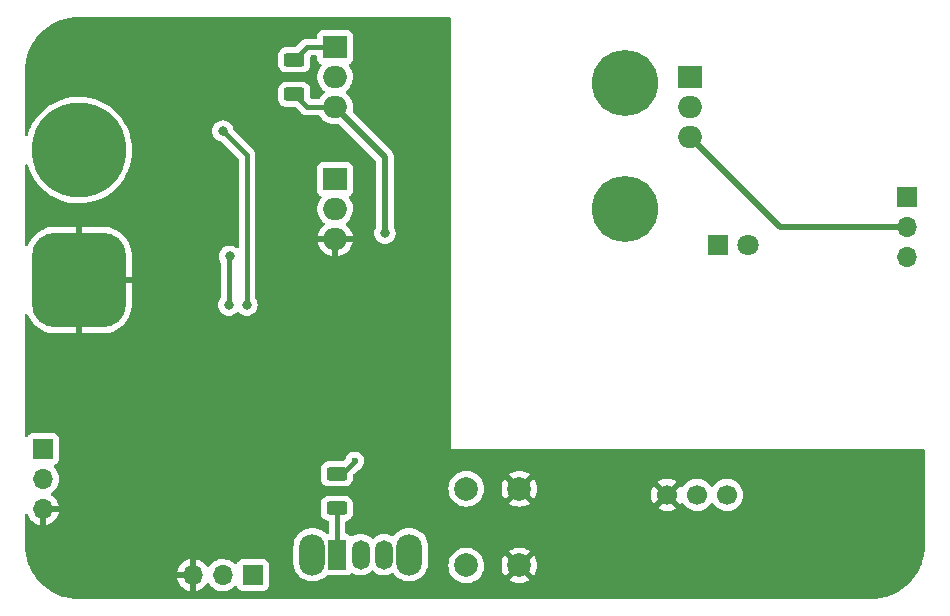
<source format=gbr>
%TF.GenerationSoftware,KiCad,Pcbnew,6.0.8-f2edbf62ab~116~ubuntu22.04.1*%
%TF.CreationDate,2022-10-30T22:29:26-04:00*%
%TF.ProjectId,discharger,64697363-6861-4726-9765-722e6b696361,rev?*%
%TF.SameCoordinates,Original*%
%TF.FileFunction,Copper,L2,Bot*%
%TF.FilePolarity,Positive*%
%FSLAX46Y46*%
G04 Gerber Fmt 4.6, Leading zero omitted, Abs format (unit mm)*
G04 Created by KiCad (PCBNEW 6.0.8-f2edbf62ab~116~ubuntu22.04.1) date 2022-10-30 22:29:26*
%MOMM*%
%LPD*%
G01*
G04 APERTURE LIST*
G04 Aperture macros list*
%AMRoundRect*
0 Rectangle with rounded corners*
0 $1 Rounding radius*
0 $2 $3 $4 $5 $6 $7 $8 $9 X,Y pos of 4 corners*
0 Add a 4 corners polygon primitive as box body*
4,1,4,$2,$3,$4,$5,$6,$7,$8,$9,$2,$3,0*
0 Add four circle primitives for the rounded corners*
1,1,$1+$1,$2,$3*
1,1,$1+$1,$4,$5*
1,1,$1+$1,$6,$7*
1,1,$1+$1,$8,$9*
0 Add four rect primitives between the rounded corners*
20,1,$1+$1,$2,$3,$4,$5,0*
20,1,$1+$1,$4,$5,$6,$7,0*
20,1,$1+$1,$6,$7,$8,$9,0*
20,1,$1+$1,$8,$9,$2,$3,0*%
G04 Aperture macros list end*
%TA.AperFunction,ComponentPad*%
%ADD10C,2.000000*%
%TD*%
%TA.AperFunction,ComponentPad*%
%ADD11R,1.700000X1.700000*%
%TD*%
%TA.AperFunction,ComponentPad*%
%ADD12O,1.700000X1.700000*%
%TD*%
%TA.AperFunction,ComponentPad*%
%ADD13C,1.700000*%
%TD*%
%TA.AperFunction,ComponentPad*%
%ADD14R,2.000000X1.905000*%
%TD*%
%TA.AperFunction,ComponentPad*%
%ADD15O,2.000000X1.905000*%
%TD*%
%TA.AperFunction,ComponentPad*%
%ADD16RoundRect,2.000000X2.000000X-2.000000X2.000000X2.000000X-2.000000X2.000000X-2.000000X-2.000000X0*%
%TD*%
%TA.AperFunction,ComponentPad*%
%ADD17C,8.000000*%
%TD*%
%TA.AperFunction,ComponentPad*%
%ADD18O,2.200000X3.500000*%
%TD*%
%TA.AperFunction,ComponentPad*%
%ADD19R,1.500000X2.500000*%
%TD*%
%TA.AperFunction,ComponentPad*%
%ADD20O,1.500000X2.500000*%
%TD*%
%TA.AperFunction,ComponentPad*%
%ADD21C,5.600000*%
%TD*%
%TA.AperFunction,ComponentPad*%
%ADD22R,1.800000X1.800000*%
%TD*%
%TA.AperFunction,ComponentPad*%
%ADD23C,1.800000*%
%TD*%
%TA.AperFunction,SMDPad,CuDef*%
%ADD24RoundRect,0.250000X-0.625000X0.312500X-0.625000X-0.312500X0.625000X-0.312500X0.625000X0.312500X0*%
%TD*%
%TA.AperFunction,SMDPad,CuDef*%
%ADD25RoundRect,0.250000X0.625000X-0.312500X0.625000X0.312500X-0.625000X0.312500X-0.625000X-0.312500X0*%
%TD*%
%TA.AperFunction,ViaPad*%
%ADD26C,0.800000*%
%TD*%
%TA.AperFunction,ViaPad*%
%ADD27C,0.600000*%
%TD*%
%TA.AperFunction,Conductor*%
%ADD28C,0.508000*%
%TD*%
%TA.AperFunction,Conductor*%
%ADD29C,0.381000*%
%TD*%
G04 APERTURE END LIST*
D10*
%TO.P,START/STOP,1,1*%
%TO.N,Net-(SW2-Pad1)*%
X116622000Y-110946000D03*
X116622000Y-104446000D03*
%TO.P,START/STOP,2,2*%
%TO.N,GND*%
X121122000Y-104446000D03*
X121122000Y-110946000D03*
%TD*%
D11*
%TO.P,J5,1,Pin_1*%
%TO.N,unconnected-(J5-Pad1)*%
X153924000Y-79771000D03*
D12*
%TO.P,J5,2,Pin_2*%
%TO.N,+12V*%
X153924000Y-82311000D03*
%TO.P,J5,3,Pin_3*%
%TO.N,Net-(D2-Pad1)*%
X153924000Y-84851000D03*
%TD*%
D13*
%TO.P,J3,1,Pin_1*%
%TO.N,GND*%
X133604000Y-104971000D03*
%TO.P,J3,2,Pin_2*%
%TO.N,+3V3*%
X136144000Y-104971000D03*
%TO.P,J3,3,Pin_3*%
%TO.N,+BATT*%
X138684000Y-104971000D03*
%TD*%
D14*
%TO.P,Q2,1,G*%
%TO.N,Net-(Q2-Pad1)*%
X105516500Y-67056000D03*
D15*
%TO.P,Q2,2,D*%
%TO.N,Net-(Q2-Pad2)*%
X105516500Y-69596000D03*
%TO.P,Q2,3,S*%
%TO.N,+BATT*%
X105516500Y-72136000D03*
%TD*%
D16*
%TO.P,J1,1,Pin_1*%
%TO.N,GND*%
X83820000Y-86780000D03*
D17*
%TO.P,J1,2,Pin_2*%
%TO.N,+BATT*%
X83820000Y-75780000D03*
%TD*%
D11*
%TO.P,J4,1,Pin_1*%
%TO.N,Net-(J4-Pad1)*%
X98552000Y-111760000D03*
D12*
%TO.P,J4,2,Pin_2*%
%TO.N,+3V3*%
X96012000Y-111760000D03*
%TO.P,J4,3,Pin_3*%
%TO.N,GND*%
X93472000Y-111760000D03*
%TD*%
D18*
%TO.P,SW1,*%
%TO.N,*%
X103596000Y-110025500D03*
X111796000Y-110025500D03*
D19*
%TO.P,SW1,1,A*%
%TO.N,/UPDI*%
X105696000Y-110025500D03*
D20*
%TO.P,SW1,2,B*%
%TO.N,Net-(J4-Pad1)*%
X107696000Y-110025500D03*
%TO.P,SW1,3,C*%
%TO.N,/TX*%
X109696000Y-110025500D03*
%TD*%
D21*
%TO.P,TP1,1,1*%
%TO.N,Net-(Q2-Pad2)*%
X130048000Y-70104000D03*
%TD*%
D14*
%TO.P,Q3,1,G*%
%TO.N,Net-(Q3-Pad1)*%
X105516500Y-78232000D03*
D15*
%TO.P,Q3,2,D*%
%TO.N,Net-(D2-Pad1)*%
X105516500Y-80772000D03*
%TO.P,Q3,3,S*%
%TO.N,GND*%
X105516500Y-83312000D03*
%TD*%
D11*
%TO.P,J2,1,Pin_1*%
%TO.N,unconnected-(J2-Pad1)*%
X80772000Y-101092000D03*
D12*
%TO.P,J2,2,Pin_2*%
%TO.N,Net-(C1-Pad1)*%
X80772000Y-103632000D03*
%TO.P,J2,3,Pin_3*%
%TO.N,GND*%
X80772000Y-106172000D03*
%TD*%
D14*
%TO.P,U3,1,IN*%
%TO.N,Net-(Q2-Pad2)*%
X135550000Y-69596000D03*
D15*
%TO.P,U3,2,GND*%
%TO.N,Net-(D2-Pad1)*%
X135550000Y-72136000D03*
%TO.P,U3,3,OUT*%
%TO.N,+12V*%
X135550000Y-74676000D03*
%TD*%
D22*
%TO.P,D2,1,K*%
%TO.N,Net-(D2-Pad1)*%
X137917000Y-83820000D03*
D23*
%TO.P,D2,2,A*%
%TO.N,Net-(D2-Pad2)*%
X140457000Y-83820000D03*
%TD*%
D21*
%TO.P,TP2,1,1*%
%TO.N,Net-(D2-Pad1)*%
X130048000Y-80772000D03*
%TD*%
D24*
%TO.P,R1,1*%
%TO.N,Net-(R1-Pad1)*%
X105664000Y-103185500D03*
%TO.P,R1,2*%
%TO.N,/UPDI*%
X105664000Y-106110500D03*
%TD*%
D25*
%TO.P,R7,1*%
%TO.N,+BATT*%
X102046500Y-71058500D03*
%TO.P,R7,2*%
%TO.N,Net-(Q2-Pad1)*%
X102046500Y-68133500D03*
%TD*%
D26*
%TO.N,GND*%
X94996000Y-101600000D03*
X103124000Y-102616000D03*
X102108000Y-93980000D03*
X100076000Y-73660000D03*
X87884000Y-103632000D03*
X98552000Y-103124000D03*
%TO.N,+BATT*%
X109728000Y-82804000D03*
D27*
%TO.N,Net-(R1-Pad1)*%
X107188000Y-102108000D03*
D26*
%TO.N,/HS*%
X98044000Y-88900000D03*
X96012000Y-74164500D03*
%TO.N,/LS*%
X96581500Y-84774500D03*
X96520000Y-88900000D03*
%TD*%
D28*
%TO.N,+12V*%
X143185000Y-82311000D02*
X153924000Y-82311000D01*
X135550000Y-74676000D02*
X143185000Y-82311000D01*
%TO.N,+BATT*%
X109728000Y-76347500D02*
X109728000Y-82804000D01*
X105516500Y-72136000D02*
X109728000Y-76347500D01*
D29*
X103124000Y-72136000D02*
X105516500Y-72136000D01*
X102046500Y-71058500D02*
X103124000Y-72136000D01*
%TO.N,/UPDI*%
X105696000Y-106142500D02*
X105664000Y-106110500D01*
X105696000Y-110025500D02*
X105696000Y-106142500D01*
%TO.N,Net-(Q2-Pad1)*%
X103124000Y-67056000D02*
X105516500Y-67056000D01*
X102046500Y-68133500D02*
X103124000Y-67056000D01*
%TO.N,Net-(R1-Pad1)*%
X105664000Y-103185500D02*
X106110500Y-103185500D01*
X106110500Y-103185500D02*
X107188000Y-102108000D01*
%TO.N,/HS*%
X98044000Y-88900000D02*
X98044000Y-76196500D01*
X98044000Y-76196500D02*
X96012000Y-74164500D01*
%TO.N,/LS*%
X96581500Y-84774500D02*
X96520000Y-84836000D01*
X96520000Y-84836000D02*
X96520000Y-88900000D01*
%TD*%
%TA.AperFunction,Conductor*%
%TO.N,GND*%
G36*
X115190000Y-64516499D02*
G01*
X115258121Y-64536501D01*
X115304614Y-64590157D01*
X115316000Y-64642499D01*
X115316000Y-101092000D01*
X155321500Y-101092000D01*
X155389621Y-101112002D01*
X155436114Y-101165658D01*
X155447500Y-101218000D01*
X155447500Y-109170633D01*
X155446000Y-109190018D01*
X155443690Y-109204851D01*
X155443690Y-109204855D01*
X155442309Y-109213724D01*
X155444984Y-109234183D01*
X155445928Y-109256008D01*
X155434974Y-109506895D01*
X155430344Y-109612936D01*
X155429386Y-109623886D01*
X155378767Y-110008379D01*
X155376858Y-110019205D01*
X155292920Y-110397822D01*
X155290075Y-110408439D01*
X155244206Y-110553919D01*
X155185171Y-110741155D01*
X155173461Y-110778294D01*
X155169705Y-110788615D01*
X155038626Y-111105069D01*
X155021289Y-111146923D01*
X155016647Y-111156876D01*
X154841056Y-111494183D01*
X154837577Y-111500867D01*
X154832081Y-111510387D01*
X154623708Y-111837468D01*
X154617403Y-111846472D01*
X154381322Y-112154138D01*
X154374257Y-112162558D01*
X154365353Y-112172275D01*
X154123990Y-112435678D01*
X154112256Y-112448483D01*
X154104487Y-112456252D01*
X153981455Y-112568990D01*
X153818558Y-112718257D01*
X153810138Y-112725322D01*
X153502472Y-112961403D01*
X153493468Y-112967708D01*
X153257351Y-113118131D01*
X153166387Y-113176081D01*
X153156868Y-113181576D01*
X152812876Y-113360647D01*
X152802932Y-113365285D01*
X152444615Y-113513705D01*
X152434302Y-113517458D01*
X152234702Y-113580392D01*
X152064439Y-113634075D01*
X152053822Y-113636920D01*
X151675205Y-113720858D01*
X151664379Y-113722767D01*
X151279886Y-113773386D01*
X151268937Y-113774344D01*
X150919446Y-113789603D01*
X150894571Y-113788223D01*
X150882276Y-113786309D01*
X150873374Y-113787473D01*
X150873372Y-113787473D01*
X150858323Y-113789441D01*
X150850714Y-113790436D01*
X150834379Y-113791500D01*
X83869367Y-113791500D01*
X83849982Y-113790000D01*
X83835149Y-113787690D01*
X83835145Y-113787690D01*
X83826276Y-113786309D01*
X83805817Y-113788984D01*
X83783992Y-113789928D01*
X83427063Y-113774344D01*
X83416114Y-113773386D01*
X83031621Y-113722767D01*
X83020795Y-113720858D01*
X82642178Y-113636920D01*
X82631561Y-113634075D01*
X82461298Y-113580392D01*
X82261698Y-113517458D01*
X82251385Y-113513705D01*
X81893068Y-113365285D01*
X81883124Y-113360647D01*
X81539132Y-113181576D01*
X81529613Y-113176081D01*
X81438650Y-113118131D01*
X81202532Y-112967708D01*
X81193528Y-112961403D01*
X80885862Y-112725322D01*
X80877442Y-112718257D01*
X80714545Y-112568990D01*
X80591513Y-112456252D01*
X80583744Y-112448483D01*
X80572011Y-112435678D01*
X80330647Y-112172275D01*
X80321743Y-112162558D01*
X80314678Y-112154138D01*
X80217863Y-112027966D01*
X92140257Y-112027966D01*
X92170565Y-112162446D01*
X92173645Y-112172275D01*
X92253770Y-112369603D01*
X92258413Y-112378794D01*
X92369694Y-112560388D01*
X92375777Y-112568699D01*
X92515213Y-112729667D01*
X92522580Y-112736883D01*
X92686434Y-112872916D01*
X92694881Y-112878831D01*
X92878756Y-112986279D01*
X92888042Y-112990729D01*
X93087001Y-113066703D01*
X93096899Y-113069579D01*
X93200250Y-113090606D01*
X93214299Y-113089410D01*
X93218000Y-113079065D01*
X93218000Y-113078517D01*
X93726000Y-113078517D01*
X93730064Y-113092359D01*
X93743478Y-113094393D01*
X93750184Y-113093534D01*
X93760262Y-113091392D01*
X93964255Y-113030191D01*
X93973842Y-113026433D01*
X94165095Y-112932739D01*
X94173945Y-112927464D01*
X94347328Y-112803792D01*
X94355200Y-112797139D01*
X94506052Y-112646812D01*
X94512730Y-112638965D01*
X94640022Y-112461819D01*
X94641279Y-112462722D01*
X94688373Y-112419362D01*
X94758311Y-112407145D01*
X94823751Y-112434678D01*
X94851579Y-112466511D01*
X94911987Y-112565088D01*
X95058250Y-112733938D01*
X95230126Y-112876632D01*
X95423000Y-112989338D01*
X95631692Y-113069030D01*
X95636760Y-113070061D01*
X95636763Y-113070062D01*
X95731862Y-113089410D01*
X95850597Y-113113567D01*
X95855772Y-113113757D01*
X95855774Y-113113757D01*
X96068673Y-113121564D01*
X96068677Y-113121564D01*
X96073837Y-113121753D01*
X96078957Y-113121097D01*
X96078959Y-113121097D01*
X96290288Y-113094025D01*
X96290289Y-113094025D01*
X96295416Y-113093368D01*
X96300366Y-113091883D01*
X96504429Y-113030661D01*
X96504434Y-113030659D01*
X96509384Y-113029174D01*
X96709994Y-112930896D01*
X96891860Y-112801173D01*
X97000091Y-112693319D01*
X97062462Y-112659404D01*
X97133268Y-112664592D01*
X97190030Y-112707238D01*
X97207012Y-112738341D01*
X97251385Y-112856705D01*
X97338739Y-112973261D01*
X97455295Y-113060615D01*
X97591684Y-113111745D01*
X97653866Y-113118500D01*
X99450134Y-113118500D01*
X99512316Y-113111745D01*
X99648705Y-113060615D01*
X99765261Y-112973261D01*
X99852615Y-112856705D01*
X99903745Y-112720316D01*
X99910500Y-112658134D01*
X99910500Y-110861866D01*
X99903745Y-110799684D01*
X99880883Y-110738699D01*
X101987500Y-110738699D01*
X101987693Y-110741148D01*
X101987693Y-110741155D01*
X101991429Y-110788623D01*
X102002391Y-110927903D01*
X102003545Y-110932710D01*
X102003546Y-110932716D01*
X102033505Y-111057502D01*
X102061495Y-111174091D01*
X102063388Y-111178662D01*
X102063389Y-111178664D01*
X102140228Y-111364169D01*
X102158384Y-111408002D01*
X102290672Y-111623876D01*
X102455102Y-111816398D01*
X102647624Y-111980828D01*
X102863498Y-112113116D01*
X102868068Y-112115009D01*
X102868072Y-112115011D01*
X103040228Y-112186320D01*
X103097409Y-112210005D01*
X103182032Y-112230321D01*
X103338784Y-112267954D01*
X103338790Y-112267955D01*
X103343597Y-112269109D01*
X103596000Y-112288974D01*
X103848403Y-112269109D01*
X103853210Y-112267955D01*
X103853216Y-112267954D01*
X104009968Y-112230321D01*
X104094591Y-112210005D01*
X104151772Y-112186320D01*
X104323928Y-112115011D01*
X104323932Y-112115009D01*
X104328502Y-112113116D01*
X104544376Y-111980828D01*
X104736898Y-111816398D01*
X104739093Y-111813828D01*
X104801024Y-111780010D01*
X104841414Y-111777868D01*
X104894467Y-111783631D01*
X104894471Y-111783631D01*
X104897866Y-111784000D01*
X106494134Y-111784000D01*
X106556316Y-111777245D01*
X106692705Y-111726115D01*
X106809261Y-111638761D01*
X106833579Y-111606313D01*
X106890436Y-111563799D01*
X106961254Y-111558773D01*
X107004680Y-111577298D01*
X107082601Y-111629659D01*
X107082610Y-111629664D01*
X107087262Y-111632790D01*
X107292967Y-111723088D01*
X107298418Y-111724397D01*
X107298422Y-111724398D01*
X107505954Y-111774222D01*
X107511411Y-111775532D01*
X107589079Y-111780010D01*
X107730083Y-111788140D01*
X107730086Y-111788140D01*
X107735690Y-111788463D01*
X107958715Y-111761475D01*
X108173435Y-111695418D01*
X108178415Y-111692848D01*
X108178419Y-111692846D01*
X108368081Y-111594954D01*
X108368082Y-111594954D01*
X108373064Y-111592382D01*
X108551292Y-111455623D01*
X108555063Y-111451478D01*
X108555067Y-111451475D01*
X108602480Y-111399369D01*
X108663121Y-111362446D01*
X108734096Y-111364169D01*
X108783358Y-111393683D01*
X108803904Y-111413594D01*
X108894642Y-111501525D01*
X108900799Y-111507492D01*
X109087262Y-111632790D01*
X109292967Y-111723088D01*
X109298418Y-111724397D01*
X109298422Y-111724398D01*
X109505954Y-111774222D01*
X109511411Y-111775532D01*
X109589079Y-111780010D01*
X109730083Y-111788140D01*
X109730086Y-111788140D01*
X109735690Y-111788463D01*
X109958715Y-111761475D01*
X110173435Y-111695418D01*
X110178415Y-111692848D01*
X110178419Y-111692846D01*
X110347278Y-111605691D01*
X110416985Y-111592222D01*
X110482909Y-111618577D01*
X110500879Y-111635827D01*
X110651889Y-111812637D01*
X110651894Y-111812642D01*
X110655102Y-111816398D01*
X110847624Y-111980828D01*
X111063498Y-112113116D01*
X111068068Y-112115009D01*
X111068072Y-112115011D01*
X111240228Y-112186320D01*
X111297409Y-112210005D01*
X111382032Y-112230321D01*
X111538784Y-112267954D01*
X111538790Y-112267955D01*
X111543597Y-112269109D01*
X111796000Y-112288974D01*
X112048403Y-112269109D01*
X112053210Y-112267955D01*
X112053216Y-112267954D01*
X112209968Y-112230321D01*
X112294591Y-112210005D01*
X112351772Y-112186320D01*
X112523928Y-112115011D01*
X112523932Y-112115009D01*
X112528502Y-112113116D01*
X112744376Y-111980828D01*
X112936898Y-111816398D01*
X113101328Y-111623876D01*
X113233616Y-111408002D01*
X113251773Y-111364169D01*
X113328611Y-111178664D01*
X113328612Y-111178662D01*
X113330505Y-111174091D01*
X113358495Y-111057502D01*
X113385265Y-110946000D01*
X115108835Y-110946000D01*
X115127465Y-111182711D01*
X115128619Y-111187518D01*
X115128620Y-111187524D01*
X115154296Y-111294470D01*
X115182895Y-111413594D01*
X115184788Y-111418165D01*
X115184789Y-111418167D01*
X115271772Y-111628163D01*
X115273760Y-111632963D01*
X115276346Y-111637183D01*
X115395241Y-111831202D01*
X115395245Y-111831208D01*
X115397824Y-111835416D01*
X115552031Y-112015969D01*
X115555787Y-112019177D01*
X115576618Y-112036968D01*
X115732584Y-112170176D01*
X115736792Y-112172755D01*
X115736798Y-112172759D01*
X115926444Y-112288974D01*
X115935037Y-112294240D01*
X115939607Y-112296133D01*
X115939611Y-112296135D01*
X116149833Y-112383211D01*
X116154406Y-112385105D01*
X116234609Y-112404360D01*
X116380476Y-112439380D01*
X116380482Y-112439381D01*
X116385289Y-112440535D01*
X116622000Y-112459165D01*
X116858711Y-112440535D01*
X116863518Y-112439381D01*
X116863524Y-112439380D01*
X117009391Y-112404360D01*
X117089594Y-112385105D01*
X117094167Y-112383211D01*
X117304389Y-112296135D01*
X117304393Y-112296133D01*
X117308963Y-112294240D01*
X117317556Y-112288974D01*
X117497556Y-112178670D01*
X120254160Y-112178670D01*
X120259887Y-112186320D01*
X120431042Y-112291205D01*
X120439837Y-112295687D01*
X120649988Y-112382734D01*
X120659373Y-112385783D01*
X120880554Y-112438885D01*
X120890301Y-112440428D01*
X121117070Y-112458275D01*
X121126930Y-112458275D01*
X121353699Y-112440428D01*
X121363446Y-112438885D01*
X121584627Y-112385783D01*
X121594012Y-112382734D01*
X121804163Y-112295687D01*
X121812958Y-112291205D01*
X121980445Y-112188568D01*
X121989907Y-112178110D01*
X121986124Y-112169334D01*
X121134812Y-111318022D01*
X121120868Y-111310408D01*
X121119035Y-111310539D01*
X121112420Y-111314790D01*
X120260920Y-112166290D01*
X120254160Y-112178670D01*
X117497556Y-112178670D01*
X117507202Y-112172759D01*
X117507208Y-112172755D01*
X117511416Y-112170176D01*
X117667382Y-112036968D01*
X117688213Y-112019177D01*
X117691969Y-112015969D01*
X117846176Y-111835416D01*
X117848755Y-111831208D01*
X117848759Y-111831202D01*
X117967654Y-111637183D01*
X117970240Y-111632963D01*
X117972229Y-111628163D01*
X118059211Y-111418167D01*
X118059212Y-111418165D01*
X118061105Y-111413594D01*
X118089704Y-111294470D01*
X118115380Y-111187524D01*
X118115381Y-111187518D01*
X118116535Y-111182711D01*
X118134777Y-110950930D01*
X119609725Y-110950930D01*
X119627572Y-111177699D01*
X119629115Y-111187446D01*
X119682217Y-111408627D01*
X119685266Y-111418012D01*
X119772313Y-111628163D01*
X119776795Y-111636958D01*
X119879432Y-111804445D01*
X119889890Y-111813907D01*
X119898666Y-111810124D01*
X120749978Y-110958812D01*
X120756356Y-110947132D01*
X121486408Y-110947132D01*
X121486539Y-110948965D01*
X121490790Y-110955580D01*
X122342290Y-111807080D01*
X122354670Y-111813840D01*
X122362320Y-111808113D01*
X122467205Y-111636958D01*
X122471687Y-111628163D01*
X122558734Y-111418012D01*
X122561783Y-111408627D01*
X122614885Y-111187446D01*
X122616428Y-111177699D01*
X122634275Y-110950930D01*
X122634275Y-110941070D01*
X122616428Y-110714301D01*
X122614885Y-110704554D01*
X122561783Y-110483373D01*
X122558734Y-110473988D01*
X122471687Y-110263837D01*
X122467205Y-110255042D01*
X122364568Y-110087555D01*
X122354110Y-110078093D01*
X122345334Y-110081876D01*
X121494022Y-110933188D01*
X121486408Y-110947132D01*
X120756356Y-110947132D01*
X120757592Y-110944868D01*
X120757461Y-110943035D01*
X120753210Y-110936420D01*
X119901710Y-110084920D01*
X119889330Y-110078160D01*
X119881680Y-110083887D01*
X119776795Y-110255042D01*
X119772313Y-110263837D01*
X119685266Y-110473988D01*
X119682217Y-110483373D01*
X119629115Y-110704554D01*
X119627572Y-110714301D01*
X119609725Y-110941070D01*
X119609725Y-110950930D01*
X118134777Y-110950930D01*
X118135165Y-110946000D01*
X118116535Y-110709289D01*
X118107512Y-110671703D01*
X118072439Y-110525616D01*
X118061105Y-110478406D01*
X118051921Y-110456233D01*
X117972135Y-110263611D01*
X117972133Y-110263607D01*
X117970240Y-110259037D01*
X117869662Y-110094909D01*
X117848759Y-110060798D01*
X117848755Y-110060792D01*
X117846176Y-110056584D01*
X117691969Y-109876031D01*
X117511416Y-109721824D01*
X117507208Y-109719245D01*
X117507202Y-109719241D01*
X117498470Y-109713890D01*
X120254093Y-109713890D01*
X120257876Y-109722666D01*
X121109188Y-110573978D01*
X121123132Y-110581592D01*
X121124965Y-110581461D01*
X121131580Y-110577210D01*
X121983080Y-109725710D01*
X121989840Y-109713330D01*
X121984113Y-109705680D01*
X121812958Y-109600795D01*
X121804163Y-109596313D01*
X121594012Y-109509266D01*
X121584627Y-109506217D01*
X121363446Y-109453115D01*
X121353699Y-109451572D01*
X121126930Y-109433725D01*
X121117070Y-109433725D01*
X120890301Y-109451572D01*
X120880554Y-109453115D01*
X120659373Y-109506217D01*
X120649988Y-109509266D01*
X120439837Y-109596313D01*
X120431042Y-109600795D01*
X120263555Y-109703432D01*
X120254093Y-109713890D01*
X117498470Y-109713890D01*
X117313183Y-109600346D01*
X117308963Y-109597760D01*
X117304393Y-109595867D01*
X117304389Y-109595865D01*
X117094167Y-109508789D01*
X117094165Y-109508788D01*
X117089594Y-109506895D01*
X117009391Y-109487640D01*
X116863524Y-109452620D01*
X116863518Y-109452619D01*
X116858711Y-109451465D01*
X116622000Y-109432835D01*
X116385289Y-109451465D01*
X116380482Y-109452619D01*
X116380476Y-109452620D01*
X116234609Y-109487640D01*
X116154406Y-109506895D01*
X116149835Y-109508788D01*
X116149833Y-109508789D01*
X115939611Y-109595865D01*
X115939607Y-109595867D01*
X115935037Y-109597760D01*
X115930817Y-109600346D01*
X115736798Y-109719241D01*
X115736792Y-109719245D01*
X115732584Y-109721824D01*
X115552031Y-109876031D01*
X115397824Y-110056584D01*
X115395245Y-110060792D01*
X115395241Y-110060798D01*
X115374338Y-110094909D01*
X115273760Y-110259037D01*
X115271867Y-110263607D01*
X115271865Y-110263611D01*
X115192079Y-110456233D01*
X115182895Y-110478406D01*
X115171561Y-110525616D01*
X115136489Y-110671703D01*
X115127465Y-110709289D01*
X115108835Y-110946000D01*
X113385265Y-110946000D01*
X113388454Y-110932716D01*
X113388455Y-110932710D01*
X113389609Y-110927903D01*
X113400571Y-110788623D01*
X113404307Y-110741155D01*
X113404307Y-110741148D01*
X113404500Y-110738699D01*
X113404500Y-109312301D01*
X113398224Y-109232552D01*
X113389997Y-109128031D01*
X113389609Y-109123097D01*
X113330505Y-108876909D01*
X113328611Y-108872336D01*
X113235511Y-108647572D01*
X113235509Y-108647568D01*
X113233616Y-108642998D01*
X113101328Y-108427124D01*
X112936898Y-108234602D01*
X112744376Y-108070172D01*
X112528502Y-107937884D01*
X112523932Y-107935991D01*
X112523928Y-107935989D01*
X112299164Y-107842889D01*
X112299162Y-107842888D01*
X112294591Y-107840995D01*
X112209968Y-107820679D01*
X112053216Y-107783046D01*
X112053210Y-107783045D01*
X112048403Y-107781891D01*
X111796000Y-107762026D01*
X111543597Y-107781891D01*
X111538790Y-107783045D01*
X111538784Y-107783046D01*
X111382032Y-107820679D01*
X111297409Y-107840995D01*
X111292838Y-107842888D01*
X111292836Y-107842889D01*
X111068072Y-107935989D01*
X111068068Y-107935991D01*
X111063498Y-107937884D01*
X110847624Y-108070172D01*
X110655102Y-108234602D01*
X110651894Y-108238358D01*
X110500617Y-108415480D01*
X110441166Y-108454289D01*
X110370172Y-108454795D01*
X110334534Y-108438233D01*
X110304738Y-108418210D01*
X110099033Y-108327912D01*
X110093582Y-108326603D01*
X110093578Y-108326602D01*
X109886046Y-108276778D01*
X109886045Y-108276778D01*
X109880589Y-108275468D01*
X109796525Y-108270621D01*
X109661917Y-108262860D01*
X109661914Y-108262860D01*
X109656310Y-108262537D01*
X109433285Y-108289525D01*
X109218565Y-108355582D01*
X109213585Y-108358152D01*
X109213581Y-108358154D01*
X109071790Y-108431338D01*
X109018936Y-108458618D01*
X108840708Y-108595377D01*
X108836937Y-108599522D01*
X108836933Y-108599525D01*
X108789520Y-108651631D01*
X108728879Y-108688554D01*
X108657904Y-108686831D01*
X108608642Y-108657317D01*
X108491201Y-108543508D01*
X108304738Y-108418210D01*
X108099033Y-108327912D01*
X108093582Y-108326603D01*
X108093578Y-108326602D01*
X107886046Y-108276778D01*
X107886045Y-108276778D01*
X107880589Y-108275468D01*
X107796525Y-108270621D01*
X107661917Y-108262860D01*
X107661914Y-108262860D01*
X107656310Y-108262537D01*
X107433285Y-108289525D01*
X107218565Y-108355582D01*
X107213585Y-108358152D01*
X107213581Y-108358154D01*
X107071790Y-108431338D01*
X107018936Y-108458618D01*
X107014488Y-108462031D01*
X107014482Y-108462035D01*
X107008986Y-108466252D01*
X106942766Y-108491852D01*
X106873217Y-108477587D01*
X106831458Y-108441856D01*
X106814641Y-108419418D01*
X106809261Y-108412239D01*
X106692705Y-108324885D01*
X106556316Y-108273755D01*
X106522848Y-108270119D01*
X106507392Y-108268440D01*
X106441830Y-108241198D01*
X106401404Y-108182835D01*
X106395000Y-108143177D01*
X106395000Y-107278053D01*
X106415002Y-107209932D01*
X106468658Y-107163439D01*
X106481117Y-107158532D01*
X106612946Y-107114550D01*
X106763348Y-107021478D01*
X106888305Y-106896303D01*
X106953342Y-106790794D01*
X106977275Y-106751968D01*
X106977276Y-106751966D01*
X106981115Y-106745738D01*
X107007564Y-106665995D01*
X107034632Y-106584389D01*
X107034632Y-106584387D01*
X107036797Y-106577861D01*
X107047500Y-106473400D01*
X107047500Y-106095853D01*
X132843977Y-106095853D01*
X132849258Y-106102907D01*
X133010756Y-106197279D01*
X133020042Y-106201729D01*
X133219001Y-106277703D01*
X133228899Y-106280579D01*
X133437595Y-106323038D01*
X133447823Y-106324257D01*
X133660650Y-106332062D01*
X133670936Y-106331595D01*
X133882185Y-106304534D01*
X133892262Y-106302392D01*
X134096255Y-106241191D01*
X134105842Y-106237433D01*
X134297098Y-106143738D01*
X134305944Y-106138465D01*
X134353247Y-106104723D01*
X134361648Y-106094023D01*
X134354660Y-106080870D01*
X133616812Y-105343022D01*
X133602868Y-105335408D01*
X133601035Y-105335539D01*
X133594420Y-105339790D01*
X132850737Y-106083473D01*
X132843977Y-106095853D01*
X107047500Y-106095853D01*
X107047500Y-105747600D01*
X107046491Y-105737875D01*
X107037238Y-105648692D01*
X107037237Y-105648688D01*
X107036526Y-105641834D01*
X107032697Y-105630355D01*
X106982868Y-105481002D01*
X106980550Y-105474054D01*
X106887478Y-105323652D01*
X106868238Y-105304445D01*
X106767483Y-105203866D01*
X106762303Y-105198695D01*
X106756072Y-105194854D01*
X106617968Y-105109725D01*
X106617966Y-105109724D01*
X106611738Y-105105885D01*
X106451254Y-105052655D01*
X106450389Y-105052368D01*
X106450387Y-105052368D01*
X106443861Y-105050203D01*
X106437025Y-105049503D01*
X106437022Y-105049502D01*
X106393969Y-105045091D01*
X106339400Y-105039500D01*
X104988600Y-105039500D01*
X104985354Y-105039837D01*
X104985350Y-105039837D01*
X104889692Y-105049762D01*
X104889688Y-105049763D01*
X104882834Y-105050474D01*
X104876298Y-105052655D01*
X104876296Y-105052655D01*
X104744194Y-105096728D01*
X104715054Y-105106450D01*
X104564652Y-105199522D01*
X104439695Y-105324697D01*
X104435855Y-105330927D01*
X104435854Y-105330928D01*
X104351450Y-105467857D01*
X104346885Y-105475262D01*
X104291203Y-105643139D01*
X104290503Y-105649975D01*
X104290502Y-105649978D01*
X104286779Y-105686320D01*
X104280500Y-105747600D01*
X104280500Y-106473400D01*
X104291474Y-106579166D01*
X104347450Y-106746946D01*
X104440522Y-106897348D01*
X104565697Y-107022305D01*
X104571927Y-107026145D01*
X104571928Y-107026146D01*
X104709090Y-107110694D01*
X104716262Y-107115115D01*
X104884139Y-107170797D01*
X104890979Y-107171498D01*
X104897416Y-107172878D01*
X104959829Y-107206717D01*
X104994040Y-107268928D01*
X104997000Y-107296078D01*
X104997000Y-108143177D01*
X104976998Y-108211298D01*
X104923342Y-108257791D01*
X104884607Y-108268440D01*
X104841414Y-108273132D01*
X104771532Y-108260604D01*
X104739240Y-108237345D01*
X104736898Y-108234602D01*
X104544376Y-108070172D01*
X104328502Y-107937884D01*
X104323932Y-107935991D01*
X104323928Y-107935989D01*
X104099164Y-107842889D01*
X104099162Y-107842888D01*
X104094591Y-107840995D01*
X104009968Y-107820679D01*
X103853216Y-107783046D01*
X103853210Y-107783045D01*
X103848403Y-107781891D01*
X103596000Y-107762026D01*
X103343597Y-107781891D01*
X103338790Y-107783045D01*
X103338784Y-107783046D01*
X103182032Y-107820679D01*
X103097409Y-107840995D01*
X103092838Y-107842888D01*
X103092836Y-107842889D01*
X102868072Y-107935989D01*
X102868068Y-107935991D01*
X102863498Y-107937884D01*
X102647624Y-108070172D01*
X102455102Y-108234602D01*
X102290672Y-108427124D01*
X102158384Y-108642998D01*
X102156491Y-108647568D01*
X102156489Y-108647572D01*
X102063389Y-108872336D01*
X102061495Y-108876909D01*
X102002391Y-109123097D01*
X102002003Y-109128031D01*
X101993777Y-109232552D01*
X101987500Y-109312301D01*
X101987500Y-110738699D01*
X99880883Y-110738699D01*
X99852615Y-110663295D01*
X99765261Y-110546739D01*
X99648705Y-110459385D01*
X99512316Y-110408255D01*
X99450134Y-110401500D01*
X97653866Y-110401500D01*
X97591684Y-110408255D01*
X97455295Y-110459385D01*
X97338739Y-110546739D01*
X97251385Y-110663295D01*
X97248233Y-110671703D01*
X97206919Y-110781907D01*
X97164277Y-110838671D01*
X97097716Y-110863371D01*
X97028367Y-110848163D01*
X96995743Y-110822476D01*
X96945151Y-110766875D01*
X96945142Y-110766866D01*
X96941670Y-110763051D01*
X96937619Y-110759852D01*
X96937615Y-110759848D01*
X96770414Y-110627800D01*
X96770410Y-110627798D01*
X96766359Y-110624598D01*
X96730028Y-110604542D01*
X96680515Y-110577210D01*
X96570789Y-110516638D01*
X96565920Y-110514914D01*
X96565916Y-110514912D01*
X96365087Y-110443795D01*
X96365083Y-110443794D01*
X96360212Y-110442069D01*
X96355119Y-110441162D01*
X96355116Y-110441161D01*
X96145373Y-110403800D01*
X96145367Y-110403799D01*
X96140284Y-110402894D01*
X96066452Y-110401992D01*
X95922081Y-110400228D01*
X95922079Y-110400228D01*
X95916911Y-110400165D01*
X95696091Y-110433955D01*
X95483756Y-110503357D01*
X95440997Y-110525616D01*
X95348095Y-110573978D01*
X95285607Y-110606507D01*
X95281474Y-110609610D01*
X95281471Y-110609612D01*
X95111100Y-110737530D01*
X95106965Y-110740635D01*
X95081541Y-110767240D01*
X95013280Y-110838671D01*
X94952629Y-110902138D01*
X94949715Y-110906410D01*
X94949714Y-110906411D01*
X94844898Y-111060066D01*
X94789987Y-111105069D01*
X94719462Y-111113240D01*
X94655715Y-111081986D01*
X94635018Y-111057502D01*
X94554426Y-110932926D01*
X94548136Y-110924757D01*
X94404806Y-110767240D01*
X94397273Y-110760215D01*
X94230139Y-110628222D01*
X94221552Y-110622517D01*
X94035117Y-110519599D01*
X94025705Y-110515369D01*
X93824959Y-110444280D01*
X93814988Y-110441646D01*
X93743837Y-110428972D01*
X93730540Y-110430432D01*
X93726000Y-110444989D01*
X93726000Y-113078517D01*
X93218000Y-113078517D01*
X93218000Y-112032115D01*
X93213525Y-112016876D01*
X93212135Y-112015671D01*
X93204452Y-112014000D01*
X92155225Y-112014000D01*
X92141694Y-112017973D01*
X92140257Y-112027966D01*
X80217863Y-112027966D01*
X80078597Y-111846472D01*
X80072292Y-111837468D01*
X79863919Y-111510387D01*
X79858423Y-111500867D01*
X79854944Y-111494183D01*
X92136389Y-111494183D01*
X92137912Y-111502607D01*
X92150292Y-111506000D01*
X93199885Y-111506000D01*
X93215124Y-111501525D01*
X93216329Y-111500135D01*
X93218000Y-111492452D01*
X93218000Y-110443102D01*
X93214082Y-110429758D01*
X93199806Y-110427771D01*
X93161324Y-110433660D01*
X93151288Y-110436051D01*
X92948868Y-110502212D01*
X92939359Y-110506209D01*
X92750463Y-110604542D01*
X92741738Y-110610036D01*
X92571433Y-110737905D01*
X92563726Y-110744748D01*
X92416590Y-110898717D01*
X92410104Y-110906727D01*
X92290098Y-111082649D01*
X92285000Y-111091623D01*
X92195338Y-111284783D01*
X92191775Y-111294470D01*
X92136389Y-111494183D01*
X79854944Y-111494183D01*
X79679353Y-111156876D01*
X79674711Y-111146923D01*
X79657375Y-111105069D01*
X79526295Y-110788615D01*
X79522539Y-110778294D01*
X79510830Y-110741155D01*
X79451794Y-110553919D01*
X79405925Y-110408439D01*
X79403080Y-110397822D01*
X79319142Y-110019205D01*
X79317233Y-110008379D01*
X79266614Y-109623886D01*
X79265656Y-109612936D01*
X79261026Y-109506895D01*
X79250561Y-109267206D01*
X79252188Y-109240805D01*
X79252769Y-109237352D01*
X79252770Y-109237345D01*
X79253576Y-109232552D01*
X79253729Y-109220000D01*
X79249773Y-109192376D01*
X79248500Y-109174514D01*
X79248500Y-106675019D01*
X79268502Y-106606898D01*
X79322158Y-106560405D01*
X79392432Y-106550301D01*
X79457012Y-106579795D01*
X79491243Y-106627615D01*
X79553770Y-106781603D01*
X79558413Y-106790794D01*
X79669694Y-106972388D01*
X79675777Y-106980699D01*
X79815213Y-107141667D01*
X79822580Y-107148883D01*
X79986434Y-107284916D01*
X79994881Y-107290831D01*
X80178756Y-107398279D01*
X80188042Y-107402729D01*
X80387001Y-107478703D01*
X80396899Y-107481579D01*
X80500250Y-107502606D01*
X80514299Y-107501410D01*
X80518000Y-107491065D01*
X80518000Y-107490517D01*
X81026000Y-107490517D01*
X81030064Y-107504359D01*
X81043478Y-107506393D01*
X81050184Y-107505534D01*
X81060262Y-107503392D01*
X81264255Y-107442191D01*
X81273842Y-107438433D01*
X81465095Y-107344739D01*
X81473945Y-107339464D01*
X81647328Y-107215792D01*
X81655200Y-107209139D01*
X81806052Y-107058812D01*
X81812730Y-107050965D01*
X81937003Y-106878020D01*
X81942313Y-106869183D01*
X82036670Y-106678267D01*
X82040469Y-106668672D01*
X82102377Y-106464910D01*
X82104555Y-106454837D01*
X82105986Y-106443962D01*
X82103775Y-106429778D01*
X82090617Y-106426000D01*
X81044115Y-106426000D01*
X81028876Y-106430475D01*
X81027671Y-106431865D01*
X81026000Y-106439548D01*
X81026000Y-107490517D01*
X80518000Y-107490517D01*
X80518000Y-106044000D01*
X80538002Y-105975879D01*
X80591658Y-105929386D01*
X80644000Y-105918000D01*
X82090344Y-105918000D01*
X82103875Y-105914027D01*
X82105180Y-105904947D01*
X82063214Y-105737875D01*
X82059894Y-105728124D01*
X81974972Y-105532814D01*
X81970105Y-105523739D01*
X81854426Y-105344926D01*
X81848136Y-105336757D01*
X81704806Y-105179240D01*
X81697273Y-105172215D01*
X81530139Y-105040222D01*
X81521556Y-105034520D01*
X81484602Y-105014120D01*
X81434631Y-104963687D01*
X81419859Y-104894245D01*
X81444975Y-104827839D01*
X81472327Y-104801232D01*
X81539214Y-104753522D01*
X81651860Y-104673173D01*
X81810096Y-104515489D01*
X81817296Y-104505470D01*
X81860029Y-104446000D01*
X115108835Y-104446000D01*
X115127465Y-104682711D01*
X115128619Y-104687518D01*
X115128620Y-104687524D01*
X115143226Y-104748361D01*
X115182895Y-104913594D01*
X115184788Y-104918165D01*
X115184789Y-104918167D01*
X115271772Y-105128163D01*
X115273760Y-105132963D01*
X115276346Y-105137183D01*
X115395241Y-105331202D01*
X115395245Y-105331208D01*
X115397824Y-105335416D01*
X115511943Y-105469032D01*
X115541487Y-105503623D01*
X115552031Y-105515969D01*
X115732584Y-105670176D01*
X115736792Y-105672755D01*
X115736798Y-105672759D01*
X115905416Y-105776088D01*
X115935037Y-105794240D01*
X115939607Y-105796133D01*
X115939611Y-105796135D01*
X116149833Y-105883211D01*
X116154406Y-105885105D01*
X116234609Y-105904360D01*
X116380476Y-105939380D01*
X116380482Y-105939381D01*
X116385289Y-105940535D01*
X116622000Y-105959165D01*
X116858711Y-105940535D01*
X116863518Y-105939381D01*
X116863524Y-105939380D01*
X117009391Y-105904360D01*
X117089594Y-105885105D01*
X117094167Y-105883211D01*
X117304389Y-105796135D01*
X117304393Y-105796133D01*
X117308963Y-105794240D01*
X117338584Y-105776088D01*
X117497556Y-105678670D01*
X120254160Y-105678670D01*
X120259887Y-105686320D01*
X120431042Y-105791205D01*
X120439837Y-105795687D01*
X120649988Y-105882734D01*
X120659373Y-105885783D01*
X120880554Y-105938885D01*
X120890301Y-105940428D01*
X121117070Y-105958275D01*
X121126930Y-105958275D01*
X121353699Y-105940428D01*
X121363446Y-105938885D01*
X121584627Y-105885783D01*
X121594012Y-105882734D01*
X121804163Y-105795687D01*
X121812958Y-105791205D01*
X121980445Y-105688568D01*
X121989907Y-105678110D01*
X121986124Y-105669334D01*
X121134812Y-104818022D01*
X121120868Y-104810408D01*
X121119035Y-104810539D01*
X121112420Y-104814790D01*
X120260920Y-105666290D01*
X120254160Y-105678670D01*
X117497556Y-105678670D01*
X117507202Y-105672759D01*
X117507208Y-105672755D01*
X117511416Y-105670176D01*
X117691969Y-105515969D01*
X117702514Y-105503623D01*
X117732057Y-105469032D01*
X117846176Y-105335416D01*
X117848755Y-105331208D01*
X117848759Y-105331202D01*
X117967654Y-105137183D01*
X117970240Y-105132963D01*
X117972229Y-105128163D01*
X118059211Y-104918167D01*
X118059212Y-104918165D01*
X118061105Y-104913594D01*
X118100774Y-104748361D01*
X118115380Y-104687524D01*
X118115381Y-104687518D01*
X118116535Y-104682711D01*
X118134777Y-104450930D01*
X119609725Y-104450930D01*
X119627572Y-104677699D01*
X119629115Y-104687446D01*
X119682217Y-104908627D01*
X119685266Y-104918012D01*
X119772313Y-105128163D01*
X119776795Y-105136958D01*
X119879432Y-105304445D01*
X119889890Y-105313907D01*
X119898666Y-105310124D01*
X120749978Y-104458812D01*
X120756356Y-104447132D01*
X121486408Y-104447132D01*
X121486539Y-104448965D01*
X121490790Y-104455580D01*
X122342290Y-105307080D01*
X122354670Y-105313840D01*
X122362320Y-105308113D01*
X122467205Y-105136958D01*
X122471687Y-105128163D01*
X122548440Y-104942863D01*
X132242050Y-104942863D01*
X132254309Y-105155477D01*
X132255745Y-105165697D01*
X132302565Y-105373446D01*
X132305645Y-105383275D01*
X132385770Y-105580603D01*
X132390413Y-105589794D01*
X132470460Y-105720420D01*
X132480916Y-105729880D01*
X132489694Y-105726096D01*
X133231978Y-104983812D01*
X133238356Y-104972132D01*
X133968408Y-104972132D01*
X133968539Y-104973965D01*
X133972790Y-104980580D01*
X134714474Y-105722264D01*
X134726484Y-105728823D01*
X134738223Y-105719855D01*
X134772022Y-105672819D01*
X134773277Y-105673721D01*
X134820391Y-105630355D01*
X134890330Y-105618148D01*
X134955767Y-105645691D01*
X134983580Y-105677513D01*
X135041287Y-105771683D01*
X135041291Y-105771688D01*
X135043987Y-105776088D01*
X135190250Y-105944938D01*
X135362126Y-106087632D01*
X135555000Y-106200338D01*
X135763692Y-106280030D01*
X135768760Y-106281061D01*
X135768763Y-106281062D01*
X135873604Y-106302392D01*
X135982597Y-106324567D01*
X135987772Y-106324757D01*
X135987774Y-106324757D01*
X136200673Y-106332564D01*
X136200677Y-106332564D01*
X136205837Y-106332753D01*
X136210957Y-106332097D01*
X136210959Y-106332097D01*
X136422288Y-106305025D01*
X136422289Y-106305025D01*
X136427416Y-106304368D01*
X136432366Y-106302883D01*
X136636429Y-106241661D01*
X136636434Y-106241659D01*
X136641384Y-106240174D01*
X136841994Y-106141896D01*
X137023860Y-106012173D01*
X137182096Y-105854489D01*
X137256592Y-105750817D01*
X137312453Y-105673077D01*
X137313776Y-105674028D01*
X137360645Y-105630857D01*
X137430580Y-105618625D01*
X137496026Y-105646144D01*
X137523875Y-105677994D01*
X137583987Y-105776088D01*
X137730250Y-105944938D01*
X137902126Y-106087632D01*
X138095000Y-106200338D01*
X138303692Y-106280030D01*
X138308760Y-106281061D01*
X138308763Y-106281062D01*
X138413604Y-106302392D01*
X138522597Y-106324567D01*
X138527772Y-106324757D01*
X138527774Y-106324757D01*
X138740673Y-106332564D01*
X138740677Y-106332564D01*
X138745837Y-106332753D01*
X138750957Y-106332097D01*
X138750959Y-106332097D01*
X138962288Y-106305025D01*
X138962289Y-106305025D01*
X138967416Y-106304368D01*
X138972366Y-106302883D01*
X139176429Y-106241661D01*
X139176434Y-106241659D01*
X139181384Y-106240174D01*
X139381994Y-106141896D01*
X139563860Y-106012173D01*
X139722096Y-105854489D01*
X139796592Y-105750817D01*
X139849435Y-105677277D01*
X139852453Y-105673077D01*
X139855808Y-105666290D01*
X139949136Y-105477453D01*
X139949137Y-105477451D01*
X139951430Y-105472811D01*
X139994454Y-105331202D01*
X140014865Y-105264023D01*
X140014865Y-105264021D01*
X140016370Y-105259069D01*
X140045529Y-105037590D01*
X140046043Y-105016546D01*
X140047074Y-104974365D01*
X140047074Y-104974361D01*
X140047156Y-104971000D01*
X140028852Y-104748361D01*
X139974431Y-104531702D01*
X139885354Y-104326840D01*
X139796537Y-104189550D01*
X139766822Y-104143617D01*
X139766820Y-104143614D01*
X139764014Y-104139277D01*
X139613670Y-103974051D01*
X139609619Y-103970852D01*
X139609615Y-103970848D01*
X139442414Y-103838800D01*
X139442410Y-103838798D01*
X139438359Y-103835598D01*
X139413629Y-103821946D01*
X139386136Y-103806769D01*
X139242789Y-103727638D01*
X139237920Y-103725914D01*
X139237916Y-103725912D01*
X139037087Y-103654795D01*
X139037083Y-103654794D01*
X139032212Y-103653069D01*
X139027119Y-103652162D01*
X139027116Y-103652161D01*
X138817373Y-103614800D01*
X138817367Y-103614799D01*
X138812284Y-103613894D01*
X138738452Y-103612992D01*
X138594081Y-103611228D01*
X138594079Y-103611228D01*
X138588911Y-103611165D01*
X138368091Y-103644955D01*
X138155756Y-103714357D01*
X137957607Y-103817507D01*
X137953474Y-103820610D01*
X137953471Y-103820612D01*
X137783100Y-103948530D01*
X137778965Y-103951635D01*
X137624629Y-104113138D01*
X137517201Y-104270621D01*
X137462293Y-104315621D01*
X137391768Y-104323792D01*
X137328021Y-104292538D01*
X137307324Y-104268054D01*
X137226822Y-104143617D01*
X137226820Y-104143614D01*
X137224014Y-104139277D01*
X137073670Y-103974051D01*
X137069619Y-103970852D01*
X137069615Y-103970848D01*
X136902414Y-103838800D01*
X136902410Y-103838798D01*
X136898359Y-103835598D01*
X136873629Y-103821946D01*
X136846136Y-103806769D01*
X136702789Y-103727638D01*
X136697920Y-103725914D01*
X136697916Y-103725912D01*
X136497087Y-103654795D01*
X136497083Y-103654794D01*
X136492212Y-103653069D01*
X136487119Y-103652162D01*
X136487116Y-103652161D01*
X136277373Y-103614800D01*
X136277367Y-103614799D01*
X136272284Y-103613894D01*
X136198452Y-103612992D01*
X136054081Y-103611228D01*
X136054079Y-103611228D01*
X136048911Y-103611165D01*
X135828091Y-103644955D01*
X135615756Y-103714357D01*
X135417607Y-103817507D01*
X135413474Y-103820610D01*
X135413471Y-103820612D01*
X135243100Y-103948530D01*
X135238965Y-103951635D01*
X135084629Y-104113138D01*
X135081720Y-104117403D01*
X135081714Y-104117411D01*
X135067360Y-104138453D01*
X134977204Y-104270618D01*
X134976898Y-104271066D01*
X134921987Y-104316069D01*
X134851462Y-104324240D01*
X134787715Y-104292986D01*
X134767017Y-104268501D01*
X134737062Y-104222197D01*
X134726377Y-104212995D01*
X134716812Y-104217398D01*
X133976022Y-104958188D01*
X133968408Y-104972132D01*
X133238356Y-104972132D01*
X133239592Y-104969868D01*
X133239461Y-104968035D01*
X133235210Y-104961420D01*
X132493849Y-104220059D01*
X132482313Y-104213759D01*
X132470031Y-104223382D01*
X132422089Y-104293662D01*
X132417004Y-104302613D01*
X132327338Y-104495783D01*
X132323775Y-104505470D01*
X132266864Y-104710681D01*
X132264933Y-104720800D01*
X132242302Y-104932574D01*
X132242050Y-104942863D01*
X122548440Y-104942863D01*
X122558734Y-104918012D01*
X122561783Y-104908627D01*
X122614885Y-104687446D01*
X122616428Y-104677699D01*
X122634275Y-104450930D01*
X122634275Y-104441070D01*
X122616428Y-104214301D01*
X122614885Y-104204554D01*
X122561783Y-103983373D01*
X122558734Y-103973988D01*
X122506311Y-103847427D01*
X132845223Y-103847427D01*
X132851968Y-103859758D01*
X133591188Y-104598978D01*
X133605132Y-104606592D01*
X133606965Y-104606461D01*
X133613580Y-104602210D01*
X134357389Y-103858401D01*
X134364410Y-103845544D01*
X134357611Y-103836213D01*
X134353554Y-103833518D01*
X134167117Y-103730599D01*
X134157705Y-103726369D01*
X133956959Y-103655280D01*
X133946989Y-103652646D01*
X133737327Y-103615301D01*
X133727073Y-103614331D01*
X133514116Y-103611728D01*
X133503832Y-103612448D01*
X133293321Y-103644661D01*
X133283293Y-103647050D01*
X133080868Y-103713212D01*
X133071359Y-103717209D01*
X132882466Y-103815540D01*
X132873734Y-103821039D01*
X132853677Y-103836099D01*
X132845223Y-103847427D01*
X122506311Y-103847427D01*
X122471687Y-103763837D01*
X122467205Y-103755042D01*
X122364568Y-103587555D01*
X122354110Y-103578093D01*
X122345334Y-103581876D01*
X121494022Y-104433188D01*
X121486408Y-104447132D01*
X120756356Y-104447132D01*
X120757592Y-104444868D01*
X120757461Y-104443035D01*
X120753210Y-104436420D01*
X119901710Y-103584920D01*
X119889330Y-103578160D01*
X119881680Y-103583887D01*
X119776795Y-103755042D01*
X119772313Y-103763837D01*
X119685266Y-103973988D01*
X119682217Y-103983373D01*
X119629115Y-104204554D01*
X119627572Y-104214301D01*
X119609725Y-104441070D01*
X119609725Y-104450930D01*
X118134777Y-104450930D01*
X118135165Y-104446000D01*
X118116535Y-104209289D01*
X118111797Y-104189550D01*
X118071507Y-104021735D01*
X118061105Y-103978406D01*
X118058163Y-103971303D01*
X117972135Y-103763611D01*
X117972133Y-103763607D01*
X117970240Y-103759037D01*
X117909981Y-103660704D01*
X117848759Y-103560798D01*
X117848755Y-103560792D01*
X117846176Y-103556584D01*
X117691969Y-103376031D01*
X117511416Y-103221824D01*
X117507208Y-103219245D01*
X117507202Y-103219241D01*
X117498470Y-103213890D01*
X120254093Y-103213890D01*
X120257876Y-103222666D01*
X121109188Y-104073978D01*
X121123132Y-104081592D01*
X121124965Y-104081461D01*
X121131580Y-104077210D01*
X121983080Y-103225710D01*
X121989840Y-103213330D01*
X121984113Y-103205680D01*
X121812958Y-103100795D01*
X121804163Y-103096313D01*
X121594012Y-103009266D01*
X121584627Y-103006217D01*
X121363446Y-102953115D01*
X121353699Y-102951572D01*
X121126930Y-102933725D01*
X121117070Y-102933725D01*
X120890301Y-102951572D01*
X120880554Y-102953115D01*
X120659373Y-103006217D01*
X120649988Y-103009266D01*
X120439837Y-103096313D01*
X120431042Y-103100795D01*
X120263555Y-103203432D01*
X120254093Y-103213890D01*
X117498470Y-103213890D01*
X117313183Y-103100346D01*
X117308963Y-103097760D01*
X117304393Y-103095867D01*
X117304389Y-103095865D01*
X117094167Y-103008789D01*
X117094165Y-103008788D01*
X117089594Y-103006895D01*
X117009391Y-102987640D01*
X116863524Y-102952620D01*
X116863518Y-102952619D01*
X116858711Y-102951465D01*
X116622000Y-102932835D01*
X116385289Y-102951465D01*
X116380482Y-102952619D01*
X116380476Y-102952620D01*
X116234609Y-102987640D01*
X116154406Y-103006895D01*
X116149835Y-103008788D01*
X116149833Y-103008789D01*
X115939611Y-103095865D01*
X115939607Y-103095867D01*
X115935037Y-103097760D01*
X115930817Y-103100346D01*
X115736798Y-103219241D01*
X115736792Y-103219245D01*
X115732584Y-103221824D01*
X115552031Y-103376031D01*
X115397824Y-103556584D01*
X115395245Y-103560792D01*
X115395241Y-103560798D01*
X115334019Y-103660704D01*
X115273760Y-103759037D01*
X115271867Y-103763607D01*
X115271865Y-103763611D01*
X115185837Y-103971303D01*
X115182895Y-103978406D01*
X115172493Y-104021735D01*
X115132204Y-104189550D01*
X115127465Y-104209289D01*
X115108835Y-104446000D01*
X81860029Y-104446000D01*
X81937435Y-104338277D01*
X81940453Y-104334077D01*
X81949575Y-104315621D01*
X82037136Y-104138453D01*
X82037137Y-104138451D01*
X82039430Y-104133811D01*
X82093644Y-103955373D01*
X82102865Y-103925023D01*
X82102865Y-103925021D01*
X82104370Y-103920069D01*
X82133529Y-103698590D01*
X82134599Y-103654795D01*
X82135074Y-103635365D01*
X82135074Y-103635361D01*
X82135156Y-103632000D01*
X82128283Y-103548400D01*
X104280500Y-103548400D01*
X104280837Y-103551646D01*
X104280837Y-103551650D01*
X104290736Y-103647050D01*
X104291474Y-103654166D01*
X104347450Y-103821946D01*
X104440522Y-103972348D01*
X104565697Y-104097305D01*
X104571927Y-104101145D01*
X104571928Y-104101146D01*
X104709090Y-104185694D01*
X104716262Y-104190115D01*
X104787547Y-104213759D01*
X104877611Y-104243632D01*
X104877613Y-104243632D01*
X104884139Y-104245797D01*
X104890975Y-104246497D01*
X104890978Y-104246498D01*
X104934031Y-104250909D01*
X104988600Y-104256500D01*
X106339400Y-104256500D01*
X106342646Y-104256163D01*
X106342650Y-104256163D01*
X106438308Y-104246238D01*
X106438312Y-104246237D01*
X106445166Y-104245526D01*
X106451702Y-104243345D01*
X106451704Y-104243345D01*
X106583806Y-104199272D01*
X106612946Y-104189550D01*
X106763348Y-104096478D01*
X106888305Y-103971303D01*
X106892146Y-103965072D01*
X106977275Y-103826968D01*
X106977276Y-103826966D01*
X106981115Y-103820738D01*
X107020529Y-103701908D01*
X107034632Y-103659389D01*
X107034632Y-103659387D01*
X107036797Y-103652861D01*
X107038935Y-103632000D01*
X107044458Y-103578093D01*
X107047500Y-103548400D01*
X107047500Y-103289225D01*
X107067502Y-103221104D01*
X107084405Y-103200130D01*
X107371592Y-102912943D01*
X107421751Y-102882205D01*
X107517409Y-102851124D01*
X107517412Y-102851123D01*
X107524108Y-102848947D01*
X107679912Y-102756069D01*
X107811266Y-102630982D01*
X107911643Y-102479902D01*
X107976055Y-102310338D01*
X107981630Y-102270668D01*
X108000748Y-102134639D01*
X108000748Y-102134636D01*
X108001299Y-102130717D01*
X108001616Y-102108000D01*
X107981397Y-101927745D01*
X107921745Y-101756448D01*
X107825626Y-101602624D01*
X107811941Y-101588843D01*
X107702778Y-101478915D01*
X107702774Y-101478912D01*
X107697815Y-101473918D01*
X107686697Y-101466862D01*
X107638538Y-101436300D01*
X107544666Y-101376727D01*
X107515463Y-101366328D01*
X107380425Y-101318243D01*
X107380420Y-101318242D01*
X107373790Y-101315881D01*
X107366802Y-101315048D01*
X107366799Y-101315047D01*
X107243698Y-101300368D01*
X107193680Y-101294404D01*
X107186677Y-101295140D01*
X107186676Y-101295140D01*
X107020288Y-101312628D01*
X107020286Y-101312629D01*
X107013288Y-101313364D01*
X106841579Y-101371818D01*
X106835575Y-101375512D01*
X106693095Y-101463166D01*
X106693092Y-101463168D01*
X106687088Y-101466862D01*
X106682053Y-101471793D01*
X106682050Y-101471795D01*
X106562525Y-101588843D01*
X106557493Y-101593771D01*
X106459235Y-101746238D01*
X106456826Y-101752858D01*
X106456824Y-101752861D01*
X106410422Y-101880349D01*
X106381116Y-101926349D01*
X106229870Y-102077595D01*
X106167558Y-102111621D01*
X106140775Y-102114500D01*
X104988600Y-102114500D01*
X104985354Y-102114837D01*
X104985350Y-102114837D01*
X104889692Y-102124762D01*
X104889688Y-102124763D01*
X104882834Y-102125474D01*
X104876298Y-102127655D01*
X104876296Y-102127655D01*
X104855363Y-102134639D01*
X104715054Y-102181450D01*
X104564652Y-102274522D01*
X104439695Y-102399697D01*
X104435855Y-102405927D01*
X104435854Y-102405928D01*
X104391116Y-102478507D01*
X104346885Y-102550262D01*
X104291203Y-102718139D01*
X104280500Y-102822600D01*
X104280500Y-103548400D01*
X82128283Y-103548400D01*
X82116852Y-103409361D01*
X82062431Y-103192702D01*
X81973354Y-102987840D01*
X81924901Y-102912943D01*
X81854822Y-102804617D01*
X81854820Y-102804614D01*
X81852014Y-102800277D01*
X81848532Y-102796450D01*
X81704798Y-102638488D01*
X81673746Y-102574642D01*
X81682141Y-102504143D01*
X81727317Y-102449375D01*
X81753761Y-102435706D01*
X81860297Y-102395767D01*
X81868705Y-102392615D01*
X81985261Y-102305261D01*
X82072615Y-102188705D01*
X82123745Y-102052316D01*
X82130500Y-101990134D01*
X82130500Y-100193866D01*
X82123745Y-100131684D01*
X82072615Y-99995295D01*
X81985261Y-99878739D01*
X81868705Y-99791385D01*
X81732316Y-99740255D01*
X81670134Y-99733500D01*
X79873866Y-99733500D01*
X79811684Y-99740255D01*
X79675295Y-99791385D01*
X79558739Y-99878739D01*
X79553358Y-99885919D01*
X79475326Y-99990037D01*
X79418467Y-100032552D01*
X79347648Y-100037578D01*
X79285355Y-100003518D01*
X79251365Y-99941187D01*
X79248500Y-99914472D01*
X79248499Y-89761072D01*
X79268501Y-89692951D01*
X79322157Y-89646458D01*
X79392431Y-89636354D01*
X79457011Y-89665848D01*
X79490136Y-89711031D01*
X79579362Y-89917221D01*
X79582958Y-89924277D01*
X79739556Y-90189070D01*
X79744013Y-90195628D01*
X79932574Y-90438719D01*
X79937808Y-90444656D01*
X80155344Y-90662192D01*
X80161281Y-90667426D01*
X80404372Y-90855987D01*
X80410930Y-90860444D01*
X80675723Y-91017042D01*
X80682779Y-91020638D01*
X80965131Y-91142823D01*
X80972567Y-91145500D01*
X81268018Y-91231336D01*
X81275720Y-91233057D01*
X81580091Y-91281265D01*
X81586970Y-91281969D01*
X81713361Y-91287930D01*
X81716336Y-91288000D01*
X83547885Y-91288000D01*
X83563124Y-91283525D01*
X83564329Y-91282135D01*
X83566000Y-91274452D01*
X83566000Y-91269884D01*
X84074000Y-91269884D01*
X84078475Y-91285123D01*
X84079865Y-91286328D01*
X84087548Y-91287999D01*
X85923663Y-91287999D01*
X85926639Y-91287929D01*
X86053031Y-91281969D01*
X86059907Y-91281265D01*
X86364280Y-91233057D01*
X86371982Y-91231336D01*
X86667433Y-91145500D01*
X86674869Y-91142823D01*
X86957221Y-91020638D01*
X86964277Y-91017042D01*
X87229070Y-90860444D01*
X87235628Y-90855987D01*
X87478719Y-90667426D01*
X87484656Y-90662192D01*
X87702192Y-90444656D01*
X87707426Y-90438719D01*
X87895987Y-90195628D01*
X87900444Y-90189070D01*
X88057042Y-89924277D01*
X88060638Y-89917221D01*
X88182823Y-89634869D01*
X88185500Y-89627433D01*
X88271336Y-89331982D01*
X88273057Y-89324280D01*
X88321265Y-89019909D01*
X88321969Y-89013030D01*
X88327930Y-88886639D01*
X88328000Y-88883664D01*
X88328000Y-87052115D01*
X88323525Y-87036876D01*
X88322135Y-87035671D01*
X88314452Y-87034000D01*
X84092115Y-87034000D01*
X84076876Y-87038475D01*
X84075671Y-87039865D01*
X84074000Y-87047548D01*
X84074000Y-91269884D01*
X83566000Y-91269884D01*
X83566000Y-86507885D01*
X84074000Y-86507885D01*
X84078475Y-86523124D01*
X84079865Y-86524329D01*
X84087548Y-86526000D01*
X88309884Y-86526000D01*
X88325123Y-86521525D01*
X88326328Y-86520135D01*
X88327999Y-86512452D01*
X88327999Y-84676337D01*
X88327929Y-84673361D01*
X88321969Y-84546969D01*
X88321265Y-84540093D01*
X88273057Y-84235720D01*
X88271336Y-84228018D01*
X88185500Y-83932567D01*
X88182823Y-83925131D01*
X88060638Y-83642779D01*
X88057042Y-83635723D01*
X87900444Y-83370930D01*
X87895987Y-83364372D01*
X87707426Y-83121281D01*
X87702192Y-83115344D01*
X87484656Y-82897808D01*
X87478719Y-82892574D01*
X87235628Y-82704013D01*
X87229070Y-82699556D01*
X86964277Y-82542958D01*
X86957221Y-82539362D01*
X86674869Y-82417177D01*
X86667433Y-82414500D01*
X86371982Y-82328664D01*
X86364280Y-82326943D01*
X86059909Y-82278735D01*
X86053030Y-82278031D01*
X85926639Y-82272070D01*
X85923664Y-82272000D01*
X84092115Y-82272000D01*
X84076876Y-82276475D01*
X84075671Y-82277865D01*
X84074000Y-82285548D01*
X84074000Y-86507885D01*
X83566000Y-86507885D01*
X83566000Y-82290116D01*
X83561525Y-82274877D01*
X83560135Y-82273672D01*
X83552452Y-82272001D01*
X81716337Y-82272001D01*
X81713361Y-82272071D01*
X81586969Y-82278031D01*
X81580093Y-82278735D01*
X81275720Y-82326943D01*
X81268018Y-82328664D01*
X80972567Y-82414500D01*
X80965131Y-82417177D01*
X80682779Y-82539362D01*
X80675723Y-82542958D01*
X80410930Y-82699556D01*
X80404372Y-82704013D01*
X80161281Y-82892574D01*
X80155344Y-82897808D01*
X79937808Y-83115344D01*
X79932574Y-83121281D01*
X79744013Y-83364372D01*
X79739556Y-83370930D01*
X79582958Y-83635723D01*
X79579362Y-83642779D01*
X79490136Y-83848969D01*
X79444725Y-83903543D01*
X79377018Y-83924903D01*
X79308511Y-83906267D01*
X79260955Y-83853551D01*
X79248499Y-83798928D01*
X79248499Y-80628948D01*
X79248498Y-77096153D01*
X79268500Y-77028033D01*
X79322156Y-76981540D01*
X79392430Y-76971436D01*
X79457010Y-77000930D01*
X79496204Y-77063542D01*
X79517207Y-77141924D01*
X79517211Y-77141936D01*
X79517949Y-77144691D01*
X79659340Y-77528980D01*
X79834979Y-77898874D01*
X79952260Y-78097186D01*
X80013473Y-78200691D01*
X80043418Y-78251326D01*
X80282944Y-78583436D01*
X80551584Y-78892471D01*
X80847126Y-79175886D01*
X80849344Y-79177656D01*
X80849349Y-79177661D01*
X80918213Y-79232634D01*
X81167139Y-79431349D01*
X81169520Y-79432919D01*
X81498082Y-79649565D01*
X81508989Y-79656757D01*
X81511519Y-79658113D01*
X81511518Y-79658113D01*
X81842751Y-79835719D01*
X81869860Y-79850255D01*
X82246784Y-80010250D01*
X82249522Y-80011129D01*
X82633931Y-80134549D01*
X82633935Y-80134550D01*
X82636657Y-80135424D01*
X82639447Y-80136048D01*
X82639452Y-80136049D01*
X83033477Y-80224125D01*
X83033488Y-80224127D01*
X83036271Y-80224749D01*
X83442335Y-80277487D01*
X83851509Y-80293206D01*
X83854371Y-80293056D01*
X83854372Y-80293056D01*
X84257566Y-80271926D01*
X84257573Y-80271925D01*
X84260422Y-80271776D01*
X84263245Y-80271369D01*
X84263247Y-80271369D01*
X84662889Y-80213780D01*
X84662896Y-80213779D01*
X84665711Y-80213373D01*
X85064038Y-80118478D01*
X85066736Y-80117570D01*
X85066743Y-80117568D01*
X85449414Y-79988785D01*
X85449420Y-79988783D01*
X85452126Y-79987872D01*
X85826779Y-79822630D01*
X86184914Y-79624113D01*
X86523583Y-79393954D01*
X86719977Y-79232634D01*
X86837779Y-79135870D01*
X86837783Y-79135867D01*
X86839998Y-79134047D01*
X86842036Y-79132038D01*
X86842043Y-79132031D01*
X87087161Y-78890311D01*
X87131555Y-78846533D01*
X87137261Y-78839781D01*
X87394008Y-78535963D01*
X87394013Y-78535957D01*
X87395854Y-78533778D01*
X87630719Y-78198356D01*
X87834217Y-77843027D01*
X87976815Y-77531567D01*
X88003485Y-77473316D01*
X88003488Y-77473307D01*
X88004674Y-77470718D01*
X88140685Y-77084492D01*
X88151639Y-77041203D01*
X88240430Y-76690307D01*
X88240431Y-76690303D01*
X88241133Y-76687528D01*
X88244965Y-76663338D01*
X88302040Y-76302975D01*
X88305189Y-76283095D01*
X88322796Y-76018000D01*
X88332210Y-75876271D01*
X88332210Y-75876260D01*
X88332326Y-75874520D01*
X88333316Y-75780000D01*
X88314741Y-75370947D01*
X88259169Y-74965260D01*
X88167057Y-74566280D01*
X88157120Y-74536056D01*
X88040057Y-74180005D01*
X88040054Y-74179998D01*
X88039164Y-74177290D01*
X88033629Y-74164500D01*
X95098496Y-74164500D01*
X95118458Y-74354428D01*
X95177473Y-74536056D01*
X95180776Y-74541778D01*
X95180777Y-74541779D01*
X95193755Y-74564257D01*
X95272960Y-74701444D01*
X95400747Y-74843366D01*
X95555248Y-74955618D01*
X95561276Y-74958302D01*
X95561278Y-74958303D01*
X95723681Y-75030609D01*
X95729712Y-75033294D01*
X95899631Y-75069412D01*
X95962528Y-75103563D01*
X97308095Y-76449130D01*
X97342121Y-76511442D01*
X97345000Y-76538225D01*
X97345000Y-83958959D01*
X97324998Y-84027080D01*
X97271342Y-84073573D01*
X97201068Y-84083677D01*
X97144939Y-84060895D01*
X97043594Y-83987263D01*
X97043593Y-83987262D01*
X97038252Y-83983382D01*
X97032224Y-83980698D01*
X97032222Y-83980697D01*
X96869819Y-83908391D01*
X96869818Y-83908391D01*
X96863788Y-83905706D01*
X96764008Y-83884497D01*
X96683444Y-83867372D01*
X96683439Y-83867372D01*
X96676987Y-83866000D01*
X96486013Y-83866000D01*
X96479561Y-83867372D01*
X96479556Y-83867372D01*
X96398992Y-83884497D01*
X96299212Y-83905706D01*
X96293182Y-83908391D01*
X96293181Y-83908391D01*
X96130778Y-83980697D01*
X96130776Y-83980698D01*
X96124748Y-83983382D01*
X95970247Y-84095634D01*
X95965826Y-84100544D01*
X95965825Y-84100545D01*
X95941955Y-84127056D01*
X95842460Y-84237556D01*
X95746973Y-84402944D01*
X95687958Y-84584572D01*
X95687268Y-84591133D01*
X95687268Y-84591135D01*
X95676114Y-84697259D01*
X95667996Y-84774500D01*
X95687958Y-84964428D01*
X95746973Y-85146056D01*
X95750276Y-85151778D01*
X95750277Y-85151779D01*
X95804119Y-85245035D01*
X95821000Y-85308035D01*
X95821000Y-88270221D01*
X95800998Y-88338342D01*
X95788641Y-88354525D01*
X95780960Y-88363056D01*
X95685473Y-88528444D01*
X95626458Y-88710072D01*
X95606496Y-88900000D01*
X95626458Y-89089928D01*
X95685473Y-89271556D01*
X95780960Y-89436944D01*
X95785378Y-89441851D01*
X95785379Y-89441852D01*
X95851635Y-89515437D01*
X95908747Y-89578866D01*
X96063248Y-89691118D01*
X96069276Y-89693802D01*
X96069278Y-89693803D01*
X96220368Y-89761072D01*
X96237712Y-89768794D01*
X96331112Y-89788647D01*
X96418056Y-89807128D01*
X96418061Y-89807128D01*
X96424513Y-89808500D01*
X96615487Y-89808500D01*
X96621939Y-89807128D01*
X96621944Y-89807128D01*
X96708888Y-89788647D01*
X96802288Y-89768794D01*
X96819632Y-89761072D01*
X96970722Y-89693803D01*
X96970724Y-89693802D01*
X96976752Y-89691118D01*
X97131253Y-89578866D01*
X97188365Y-89515436D01*
X97248810Y-89478198D01*
X97319794Y-89479550D01*
X97375634Y-89515436D01*
X97432747Y-89578866D01*
X97587248Y-89691118D01*
X97593276Y-89693802D01*
X97593278Y-89693803D01*
X97744368Y-89761072D01*
X97761712Y-89768794D01*
X97855112Y-89788647D01*
X97942056Y-89807128D01*
X97942061Y-89807128D01*
X97948513Y-89808500D01*
X98139487Y-89808500D01*
X98145939Y-89807128D01*
X98145944Y-89807128D01*
X98232888Y-89788647D01*
X98326288Y-89768794D01*
X98343632Y-89761072D01*
X98494722Y-89693803D01*
X98494724Y-89693802D01*
X98500752Y-89691118D01*
X98655253Y-89578866D01*
X98712365Y-89515437D01*
X98778621Y-89441852D01*
X98778622Y-89441851D01*
X98783040Y-89436944D01*
X98878527Y-89271556D01*
X98937542Y-89089928D01*
X98957504Y-88900000D01*
X98937542Y-88710072D01*
X98878527Y-88528444D01*
X98783040Y-88363056D01*
X98775363Y-88354530D01*
X98744647Y-88290524D01*
X98743000Y-88270221D01*
X98743000Y-83584194D01*
X104033073Y-83584194D01*
X104042610Y-83646515D01*
X104044999Y-83656543D01*
X104116398Y-83874988D01*
X104120395Y-83884497D01*
X104226511Y-84088344D01*
X104232005Y-84097069D01*
X104369993Y-84280852D01*
X104376836Y-84288559D01*
X104542991Y-84447339D01*
X104551001Y-84453826D01*
X104740847Y-84583330D01*
X104749821Y-84588429D01*
X104958269Y-84685187D01*
X104967956Y-84688750D01*
X105189408Y-84750165D01*
X105199530Y-84752096D01*
X105244487Y-84756901D01*
X105259108Y-84754253D01*
X105262353Y-84742412D01*
X105770500Y-84742412D01*
X105774825Y-84757141D01*
X105786611Y-84759202D01*
X105798204Y-84758249D01*
X105808366Y-84756567D01*
X106031271Y-84700578D01*
X106041019Y-84697259D01*
X106251789Y-84605615D01*
X106260864Y-84600749D01*
X106453827Y-84475915D01*
X106461998Y-84469622D01*
X106631980Y-84314950D01*
X106639006Y-84307417D01*
X106781445Y-84127056D01*
X106787150Y-84118469D01*
X106898214Y-83917278D01*
X106902444Y-83907866D01*
X106979159Y-83691232D01*
X106981793Y-83681261D01*
X106999147Y-83583837D01*
X106997687Y-83570540D01*
X106983130Y-83566000D01*
X105788615Y-83566000D01*
X105773376Y-83570475D01*
X105772171Y-83571865D01*
X105770500Y-83579548D01*
X105770500Y-84742412D01*
X105262353Y-84742412D01*
X105262500Y-84741876D01*
X105262500Y-83584115D01*
X105258025Y-83568876D01*
X105256635Y-83567671D01*
X105248952Y-83566000D01*
X104048404Y-83566000D01*
X104035060Y-83569918D01*
X104033073Y-83584194D01*
X98743000Y-83584194D01*
X98743000Y-80874263D01*
X104006564Y-80874263D01*
X104042904Y-81111744D01*
X104079594Y-81223997D01*
X104115934Y-81335183D01*
X104115937Y-81335189D01*
X104117542Y-81340101D01*
X104228475Y-81553200D01*
X104372723Y-81745320D01*
X104546412Y-81911301D01*
X104583851Y-81936840D01*
X104628852Y-81991751D01*
X104637023Y-82062275D01*
X104605769Y-82126022D01*
X104581290Y-82146716D01*
X104579174Y-82148085D01*
X104571002Y-82154378D01*
X104401020Y-82309050D01*
X104393994Y-82316583D01*
X104251555Y-82496944D01*
X104245850Y-82505531D01*
X104134786Y-82706722D01*
X104130556Y-82716134D01*
X104053841Y-82932768D01*
X104051207Y-82942739D01*
X104033853Y-83040163D01*
X104035313Y-83053460D01*
X104049870Y-83058000D01*
X106984596Y-83058000D01*
X106997940Y-83054082D01*
X106999927Y-83039806D01*
X106990390Y-82977485D01*
X106988001Y-82967457D01*
X106916602Y-82749012D01*
X106912605Y-82739503D01*
X106806489Y-82535656D01*
X106800995Y-82526931D01*
X106663007Y-82343148D01*
X106656164Y-82335441D01*
X106490009Y-82176661D01*
X106482002Y-82170177D01*
X106449144Y-82147763D01*
X106404141Y-82092852D01*
X106395968Y-82022328D01*
X106427222Y-81958580D01*
X106451704Y-81937884D01*
X106454135Y-81936311D01*
X106458477Y-81933502D01*
X106636170Y-81771814D01*
X106696847Y-81694983D01*
X106781867Y-81587330D01*
X106781870Y-81587325D01*
X106785068Y-81583276D01*
X106799385Y-81557342D01*
X106898677Y-81377474D01*
X106898679Y-81377470D01*
X106901174Y-81372950D01*
X106981370Y-81146485D01*
X106986683Y-81116659D01*
X107022595Y-80915052D01*
X107022596Y-80915046D01*
X107023501Y-80909963D01*
X107026436Y-80669737D01*
X106990096Y-80432256D01*
X106939510Y-80277487D01*
X106917066Y-80208817D01*
X106917063Y-80208811D01*
X106915458Y-80203899D01*
X106880138Y-80136049D01*
X106806916Y-79995393D01*
X106804525Y-79990800D01*
X106688085Y-79835717D01*
X106663180Y-79769235D01*
X106678172Y-79699839D01*
X106728302Y-79649565D01*
X106744615Y-79642085D01*
X106754793Y-79638269D01*
X106754796Y-79638267D01*
X106763205Y-79635115D01*
X106879761Y-79547761D01*
X106967115Y-79431205D01*
X107018245Y-79294816D01*
X107025000Y-79232634D01*
X107025000Y-77231366D01*
X107018245Y-77169184D01*
X106967115Y-77032795D01*
X106879761Y-76916239D01*
X106763205Y-76828885D01*
X106626816Y-76777755D01*
X106564634Y-76771000D01*
X104468366Y-76771000D01*
X104406184Y-76777755D01*
X104269795Y-76828885D01*
X104153239Y-76916239D01*
X104065885Y-77032795D01*
X104014755Y-77169184D01*
X104008000Y-77231366D01*
X104008000Y-79232634D01*
X104014755Y-79294816D01*
X104065885Y-79431205D01*
X104153239Y-79547761D01*
X104269795Y-79635115D01*
X104289689Y-79642573D01*
X104346453Y-79685213D01*
X104371154Y-79751774D01*
X104355947Y-79821123D01*
X104344342Y-79838647D01*
X104251133Y-79956670D01*
X104251130Y-79956675D01*
X104247932Y-79960724D01*
X104245439Y-79965240D01*
X104245437Y-79965243D01*
X104134323Y-80166526D01*
X104131826Y-80171050D01*
X104130102Y-80175919D01*
X104130100Y-80175923D01*
X104094265Y-80277118D01*
X104051630Y-80397515D01*
X104050723Y-80402608D01*
X104050722Y-80402611D01*
X104045442Y-80432256D01*
X104009499Y-80634037D01*
X104006564Y-80874263D01*
X98743000Y-80874263D01*
X98743000Y-76225099D01*
X98743292Y-76216529D01*
X98746654Y-76167223D01*
X98746654Y-76167219D01*
X98747170Y-76159648D01*
X98745865Y-76152172D01*
X98745865Y-76152168D01*
X98736337Y-76097576D01*
X98735374Y-76091051D01*
X98728722Y-76036082D01*
X98728721Y-76036080D01*
X98727809Y-76028540D01*
X98725125Y-76021438D01*
X98724281Y-76018000D01*
X98720417Y-76003877D01*
X98719387Y-76000465D01*
X98718081Y-75992983D01*
X98715029Y-75986030D01*
X98715027Y-75986024D01*
X98692763Y-75935306D01*
X98690270Y-75929198D01*
X98670692Y-75877385D01*
X98670690Y-75877382D01*
X98668006Y-75870278D01*
X98663701Y-75864014D01*
X98662045Y-75860847D01*
X98654940Y-75848082D01*
X98653132Y-75845025D01*
X98650078Y-75838067D01*
X98621145Y-75800361D01*
X98611740Y-75788104D01*
X98607862Y-75782767D01*
X98576481Y-75737107D01*
X98576479Y-75737105D01*
X98572179Y-75730848D01*
X98526311Y-75689981D01*
X98521036Y-75685001D01*
X96948243Y-74112208D01*
X96914217Y-74049896D01*
X96912028Y-74036283D01*
X96906232Y-73981137D01*
X96906232Y-73981135D01*
X96905542Y-73974572D01*
X96894864Y-73941707D01*
X96848569Y-73799229D01*
X96846527Y-73792944D01*
X96751040Y-73627556D01*
X96723337Y-73596788D01*
X96627675Y-73490545D01*
X96627674Y-73490544D01*
X96623253Y-73485634D01*
X96468752Y-73373382D01*
X96462724Y-73370698D01*
X96462722Y-73370697D01*
X96300319Y-73298391D01*
X96300318Y-73298391D01*
X96294288Y-73295706D01*
X96198291Y-73275301D01*
X96113944Y-73257372D01*
X96113939Y-73257372D01*
X96107487Y-73256000D01*
X95916513Y-73256000D01*
X95910061Y-73257372D01*
X95910056Y-73257372D01*
X95825709Y-73275301D01*
X95729712Y-73295706D01*
X95723682Y-73298391D01*
X95723681Y-73298391D01*
X95561278Y-73370697D01*
X95561276Y-73370698D01*
X95555248Y-73373382D01*
X95400747Y-73485634D01*
X95396326Y-73490544D01*
X95396325Y-73490545D01*
X95300664Y-73596788D01*
X95272960Y-73627556D01*
X95177473Y-73792944D01*
X95118458Y-73974572D01*
X95098496Y-74164500D01*
X88033629Y-74164500D01*
X87876542Y-73801492D01*
X87764855Y-73596644D01*
X87681899Y-73444492D01*
X87681895Y-73444485D01*
X87680529Y-73441980D01*
X87556026Y-73256000D01*
X87454332Y-73104090D01*
X87454324Y-73104079D01*
X87452740Y-73101713D01*
X87195049Y-72783491D01*
X87155923Y-72743256D01*
X86911567Y-72491980D01*
X86911563Y-72491976D01*
X86909577Y-72489934D01*
X86907419Y-72488084D01*
X86907409Y-72488075D01*
X86600849Y-72225321D01*
X86600844Y-72225317D01*
X86598675Y-72223458D01*
X86596344Y-72221801D01*
X86596337Y-72221796D01*
X86390663Y-72075632D01*
X86264900Y-71986257D01*
X86012093Y-71839120D01*
X85913474Y-71781722D01*
X85913469Y-71781719D01*
X85911001Y-71780283D01*
X85676846Y-71671095D01*
X85542487Y-71608442D01*
X85542477Y-71608438D01*
X85539891Y-71607232D01*
X85430640Y-71567899D01*
X85157314Y-71469495D01*
X85157305Y-71469492D01*
X85154624Y-71468527D01*
X84973700Y-71421400D01*
X100663000Y-71421400D01*
X100663337Y-71424646D01*
X100663337Y-71424650D01*
X100673106Y-71518796D01*
X100673974Y-71527166D01*
X100676155Y-71533702D01*
X100676155Y-71533704D01*
X100689204Y-71572817D01*
X100729950Y-71694946D01*
X100823022Y-71845348D01*
X100948197Y-71970305D01*
X100954427Y-71974145D01*
X100954428Y-71974146D01*
X101059490Y-72038907D01*
X101098762Y-72063115D01*
X101131260Y-72073894D01*
X101260111Y-72116632D01*
X101260113Y-72116632D01*
X101266639Y-72118797D01*
X101273475Y-72119497D01*
X101273478Y-72119498D01*
X101316531Y-72123909D01*
X101371100Y-72129500D01*
X102076775Y-72129500D01*
X102144896Y-72149502D01*
X102165870Y-72166405D01*
X102609503Y-72610038D01*
X102615356Y-72616303D01*
X102652842Y-72659274D01*
X102659056Y-72663641D01*
X102704378Y-72695494D01*
X102709674Y-72699427D01*
X102753263Y-72733606D01*
X102753266Y-72733608D01*
X102759240Y-72738292D01*
X102766164Y-72741418D01*
X102769199Y-72743256D01*
X102781898Y-72750500D01*
X102785046Y-72752188D01*
X102791261Y-72756556D01*
X102849950Y-72779438D01*
X102855995Y-72781978D01*
X102913435Y-72807913D01*
X102920908Y-72809298D01*
X102924326Y-72810369D01*
X102938315Y-72814354D01*
X102941807Y-72815251D01*
X102948889Y-72818012D01*
X102956422Y-72819004D01*
X102956423Y-72819004D01*
X103011330Y-72826233D01*
X103017843Y-72827265D01*
X103072318Y-72837361D01*
X103072320Y-72837361D01*
X103079787Y-72838745D01*
X103087367Y-72838308D01*
X103087368Y-72838308D01*
X103141112Y-72835209D01*
X103148365Y-72835000D01*
X104109226Y-72835000D01*
X104177347Y-72855002D01*
X104220990Y-72902821D01*
X104226084Y-72912608D01*
X104226087Y-72912613D01*
X104228475Y-72917200D01*
X104372723Y-73109320D01*
X104546412Y-73275301D01*
X104744878Y-73410686D01*
X104749561Y-73412860D01*
X104749565Y-73412862D01*
X104958095Y-73509658D01*
X104958099Y-73509659D01*
X104962790Y-73511837D01*
X105194298Y-73576040D01*
X105199435Y-73576589D01*
X105387093Y-73596644D01*
X105387101Y-73596644D01*
X105390428Y-73597000D01*
X105624902Y-73597000D01*
X105627475Y-73596788D01*
X105627486Y-73596788D01*
X105798283Y-73582746D01*
X105798286Y-73582745D01*
X105803437Y-73582322D01*
X105808451Y-73581063D01*
X105808720Y-73581018D01*
X105879193Y-73589626D01*
X105918393Y-73616231D01*
X108928595Y-76626433D01*
X108962621Y-76688745D01*
X108965500Y-76715528D01*
X108965500Y-82273929D01*
X108948619Y-82336928D01*
X108893473Y-82432444D01*
X108834458Y-82614072D01*
X108814496Y-82804000D01*
X108815186Y-82810565D01*
X108824356Y-82897808D01*
X108834458Y-82993928D01*
X108893473Y-83175556D01*
X108988960Y-83340944D01*
X108993378Y-83345851D01*
X108993379Y-83345852D01*
X109015959Y-83370930D01*
X109116747Y-83482866D01*
X109215843Y-83554864D01*
X109233471Y-83567671D01*
X109271248Y-83595118D01*
X109277276Y-83597802D01*
X109277278Y-83597803D01*
X109386688Y-83646515D01*
X109445712Y-83672794D01*
X109539113Y-83692647D01*
X109626056Y-83711128D01*
X109626061Y-83711128D01*
X109632513Y-83712500D01*
X109823487Y-83712500D01*
X109829939Y-83711128D01*
X109829944Y-83711128D01*
X109916887Y-83692647D01*
X110010288Y-83672794D01*
X110069312Y-83646515D01*
X110178722Y-83597803D01*
X110178724Y-83597802D01*
X110184752Y-83595118D01*
X110222530Y-83567671D01*
X110240157Y-83554864D01*
X110339253Y-83482866D01*
X110440041Y-83370930D01*
X110462621Y-83345852D01*
X110462622Y-83345851D01*
X110467040Y-83340944D01*
X110562527Y-83175556D01*
X110621542Y-82993928D01*
X110631645Y-82897808D01*
X110640814Y-82810565D01*
X110641504Y-82804000D01*
X110621542Y-82614072D01*
X110562527Y-82432444D01*
X110507381Y-82336928D01*
X110490500Y-82273929D01*
X110490500Y-76414868D01*
X110491933Y-76395917D01*
X110494123Y-76381524D01*
X110494123Y-76381522D01*
X110495223Y-76374292D01*
X110490915Y-76321325D01*
X110490500Y-76311111D01*
X110490500Y-76302975D01*
X110487190Y-76274584D01*
X110486757Y-76270209D01*
X110481403Y-76204372D01*
X110481402Y-76204369D01*
X110480809Y-76197073D01*
X110478554Y-76190111D01*
X110477354Y-76184107D01*
X110475948Y-76178160D01*
X110475101Y-76170893D01*
X110450053Y-76101887D01*
X110448625Y-76097727D01*
X110428268Y-76034887D01*
X110428266Y-76034882D01*
X110426012Y-76027925D01*
X110422218Y-76021673D01*
X110419666Y-76016098D01*
X110416930Y-76010635D01*
X110414434Y-76003759D01*
X110374181Y-75942363D01*
X110371834Y-75938644D01*
X110371147Y-75937512D01*
X110333772Y-75875919D01*
X110326332Y-75867494D01*
X110326360Y-75867469D01*
X110323766Y-75864544D01*
X110320961Y-75861190D01*
X110316946Y-75855065D01*
X110299003Y-75838067D01*
X110260414Y-75801512D01*
X110257972Y-75799134D01*
X107026028Y-72567190D01*
X106992002Y-72504878D01*
X106991076Y-72455999D01*
X107022595Y-72279052D01*
X107022596Y-72279046D01*
X107023501Y-72273963D01*
X107025924Y-72075632D01*
X107026373Y-72038907D01*
X107026373Y-72038905D01*
X107026436Y-72033737D01*
X106990096Y-71796256D01*
X106948415Y-71668733D01*
X106917066Y-71572817D01*
X106917063Y-71572811D01*
X106915458Y-71567899D01*
X106889897Y-71518796D01*
X106806916Y-71359393D01*
X106804525Y-71354800D01*
X106762203Y-71298433D01*
X106663382Y-71166815D01*
X106663380Y-71166812D01*
X106660277Y-71162680D01*
X106486588Y-70996699D01*
X106449597Y-70971465D01*
X106404596Y-70916556D01*
X106396425Y-70846032D01*
X106427679Y-70782284D01*
X106452160Y-70761589D01*
X106454135Y-70760311D01*
X106458477Y-70757502D01*
X106636170Y-70595814D01*
X106767910Y-70429002D01*
X106781867Y-70411330D01*
X106781870Y-70411325D01*
X106785068Y-70407276D01*
X106799385Y-70381342D01*
X106898677Y-70201474D01*
X106898679Y-70201470D01*
X106901174Y-70196950D01*
X106916843Y-70152704D01*
X106979644Y-69975360D01*
X106979645Y-69975356D01*
X106981370Y-69970485D01*
X106986683Y-69940659D01*
X107022595Y-69739052D01*
X107022596Y-69739046D01*
X107023501Y-69733963D01*
X107026436Y-69493737D01*
X106990096Y-69256256D01*
X106948049Y-69127612D01*
X106917066Y-69032817D01*
X106917063Y-69032811D01*
X106915458Y-69027899D01*
X106855683Y-68913072D01*
X106806916Y-68819393D01*
X106804525Y-68814800D01*
X106688085Y-68659717D01*
X106663180Y-68593235D01*
X106678172Y-68523839D01*
X106728302Y-68473565D01*
X106744615Y-68466085D01*
X106754793Y-68462269D01*
X106754796Y-68462267D01*
X106763205Y-68459115D01*
X106879761Y-68371761D01*
X106967115Y-68255205D01*
X107018245Y-68118816D01*
X107025000Y-68056634D01*
X107025000Y-66055366D01*
X107018245Y-65993184D01*
X106967115Y-65856795D01*
X106879761Y-65740239D01*
X106763205Y-65652885D01*
X106626816Y-65601755D01*
X106564634Y-65595000D01*
X104468366Y-65595000D01*
X104406184Y-65601755D01*
X104269795Y-65652885D01*
X104153239Y-65740239D01*
X104065885Y-65856795D01*
X104014755Y-65993184D01*
X104008000Y-66055366D01*
X104008000Y-66231000D01*
X103987998Y-66299121D01*
X103934342Y-66345614D01*
X103882000Y-66357000D01*
X103152599Y-66357000D01*
X103144029Y-66356708D01*
X103094723Y-66353346D01*
X103094719Y-66353346D01*
X103087148Y-66352830D01*
X103079672Y-66354135D01*
X103079668Y-66354135D01*
X103025076Y-66363663D01*
X103018551Y-66364626D01*
X102963582Y-66371278D01*
X102963580Y-66371279D01*
X102956040Y-66372191D01*
X102948938Y-66374875D01*
X102945500Y-66375719D01*
X102931377Y-66379583D01*
X102927966Y-66380613D01*
X102920483Y-66381919D01*
X102913528Y-66384972D01*
X102862802Y-66407239D01*
X102856696Y-66409730D01*
X102797778Y-66431994D01*
X102791523Y-66436293D01*
X102788382Y-66437935D01*
X102775628Y-66445033D01*
X102772522Y-66446870D01*
X102765567Y-66449923D01*
X102759540Y-66454548D01*
X102759536Y-66454550D01*
X102715598Y-66488265D01*
X102710280Y-66492129D01*
X102658348Y-66527821D01*
X102653296Y-66533491D01*
X102653295Y-66533492D01*
X102617482Y-66573688D01*
X102612501Y-66578964D01*
X102165870Y-67025595D01*
X102103558Y-67059621D01*
X102076775Y-67062500D01*
X101371100Y-67062500D01*
X101367854Y-67062837D01*
X101367850Y-67062837D01*
X101272192Y-67072762D01*
X101272188Y-67072763D01*
X101265334Y-67073474D01*
X101258798Y-67075655D01*
X101258796Y-67075655D01*
X101126694Y-67119728D01*
X101097554Y-67129450D01*
X100947152Y-67222522D01*
X100822195Y-67347697D01*
X100729385Y-67498262D01*
X100673703Y-67666139D01*
X100663000Y-67770600D01*
X100663000Y-68496400D01*
X100663337Y-68499646D01*
X100663337Y-68499650D01*
X100671236Y-68575774D01*
X100673974Y-68602166D01*
X100676155Y-68608702D01*
X100676155Y-68608704D01*
X100689663Y-68649191D01*
X100729950Y-68769946D01*
X100823022Y-68920348D01*
X100948197Y-69045305D01*
X100954427Y-69049145D01*
X100954428Y-69049146D01*
X101091590Y-69133694D01*
X101098762Y-69138115D01*
X101178505Y-69164564D01*
X101260111Y-69191632D01*
X101260113Y-69191632D01*
X101266639Y-69193797D01*
X101273475Y-69194497D01*
X101273478Y-69194498D01*
X101316531Y-69198909D01*
X101371100Y-69204500D01*
X102721900Y-69204500D01*
X102725146Y-69204163D01*
X102725150Y-69204163D01*
X102820808Y-69194238D01*
X102820812Y-69194237D01*
X102827666Y-69193526D01*
X102834202Y-69191345D01*
X102834204Y-69191345D01*
X102966306Y-69147272D01*
X102995446Y-69137550D01*
X103145848Y-69044478D01*
X103270805Y-68919303D01*
X103337775Y-68810658D01*
X103359775Y-68774968D01*
X103359776Y-68774966D01*
X103363615Y-68768738D01*
X103419297Y-68600861D01*
X103420079Y-68593235D01*
X103424409Y-68550969D01*
X103430000Y-68496400D01*
X103430000Y-67881000D01*
X103450002Y-67812879D01*
X103503658Y-67766386D01*
X103556000Y-67755000D01*
X103882000Y-67755000D01*
X103950121Y-67775002D01*
X103996614Y-67828658D01*
X104008000Y-67881000D01*
X104008000Y-68056634D01*
X104014755Y-68118816D01*
X104065885Y-68255205D01*
X104153239Y-68371761D01*
X104269795Y-68459115D01*
X104289689Y-68466573D01*
X104346453Y-68509213D01*
X104371154Y-68575774D01*
X104355947Y-68645123D01*
X104344342Y-68662647D01*
X104251133Y-68780670D01*
X104251130Y-68780675D01*
X104247932Y-68784724D01*
X104245439Y-68789240D01*
X104245437Y-68789243D01*
X104170781Y-68924483D01*
X104131826Y-68995050D01*
X104130102Y-68999919D01*
X104130100Y-68999923D01*
X104057655Y-69204500D01*
X104051630Y-69221515D01*
X104050723Y-69226608D01*
X104050722Y-69226611D01*
X104045442Y-69256256D01*
X104009499Y-69458037D01*
X104006564Y-69698263D01*
X104042904Y-69935744D01*
X104063319Y-69998203D01*
X104115934Y-70159183D01*
X104115937Y-70159189D01*
X104117542Y-70164101D01*
X104119929Y-70168687D01*
X104119931Y-70168691D01*
X104226084Y-70372607D01*
X104228475Y-70377200D01*
X104372723Y-70569320D01*
X104546412Y-70735301D01*
X104583403Y-70760535D01*
X104628404Y-70815444D01*
X104636575Y-70885968D01*
X104605321Y-70949716D01*
X104580840Y-70970411D01*
X104579207Y-70971468D01*
X104574523Y-70974498D01*
X104396830Y-71136186D01*
X104247932Y-71324724D01*
X104221892Y-71371895D01*
X104171461Y-71421864D01*
X104111585Y-71437000D01*
X103556000Y-71437000D01*
X103487879Y-71416998D01*
X103441386Y-71363342D01*
X103430000Y-71311000D01*
X103430000Y-70695600D01*
X103419026Y-70589834D01*
X103410803Y-70565185D01*
X103365368Y-70429002D01*
X103363050Y-70422054D01*
X103269978Y-70271652D01*
X103144803Y-70146695D01*
X103138572Y-70142854D01*
X103000468Y-70057725D01*
X103000466Y-70057724D01*
X102994238Y-70053885D01*
X102833754Y-70000655D01*
X102832889Y-70000368D01*
X102832887Y-70000368D01*
X102826361Y-69998203D01*
X102819525Y-69997503D01*
X102819522Y-69997502D01*
X102776469Y-69993091D01*
X102721900Y-69987500D01*
X101371100Y-69987500D01*
X101367854Y-69987837D01*
X101367850Y-69987837D01*
X101272192Y-69997762D01*
X101272188Y-69997763D01*
X101265334Y-69998474D01*
X101258798Y-70000655D01*
X101258796Y-70000655D01*
X101126694Y-70044728D01*
X101097554Y-70054450D01*
X100947152Y-70147522D01*
X100822195Y-70272697D01*
X100818355Y-70278927D01*
X100818354Y-70278928D01*
X100742025Y-70402757D01*
X100729385Y-70423262D01*
X100727081Y-70430209D01*
X100682312Y-70565185D01*
X100673703Y-70591139D01*
X100663000Y-70695600D01*
X100663000Y-71421400D01*
X84973700Y-71421400D01*
X84892247Y-71400183D01*
X84761140Y-71366032D01*
X84761134Y-71366031D01*
X84758371Y-71365311D01*
X84354395Y-71298433D01*
X84351552Y-71298224D01*
X84351550Y-71298224D01*
X83948865Y-71268653D01*
X83946019Y-71268444D01*
X83776043Y-71271411D01*
X83539458Y-71275540D01*
X83539453Y-71275540D01*
X83536607Y-71275590D01*
X83533774Y-71275898D01*
X83533770Y-71275898D01*
X83210652Y-71311000D01*
X83129527Y-71319813D01*
X82728130Y-71400749D01*
X82725402Y-71401562D01*
X82725391Y-71401565D01*
X82412867Y-71494733D01*
X82335721Y-71517731D01*
X82333060Y-71518795D01*
X82333058Y-71518796D01*
X82108927Y-71608442D01*
X81955529Y-71669797D01*
X81786469Y-71755937D01*
X81593227Y-71854399D01*
X81593222Y-71854402D01*
X81590684Y-71855695D01*
X81244189Y-72073894D01*
X80918896Y-72322599D01*
X80617483Y-72599763D01*
X80342430Y-72903104D01*
X80096002Y-73230125D01*
X79880227Y-73578135D01*
X79878947Y-73580691D01*
X79878942Y-73580700D01*
X79768378Y-73801492D01*
X79696881Y-73944269D01*
X79695840Y-73946925D01*
X79695837Y-73946932D01*
X79605561Y-74177290D01*
X79547473Y-74325513D01*
X79546681Y-74328240D01*
X79546677Y-74328251D01*
X79495495Y-74504421D01*
X79457282Y-74564257D01*
X79392786Y-74593934D01*
X79322483Y-74584031D01*
X79268695Y-74537691D01*
X79248498Y-74469268D01*
X79248498Y-69137365D01*
X79249998Y-69117980D01*
X79252308Y-69103147D01*
X79252308Y-69103143D01*
X79253689Y-69094274D01*
X79251014Y-69073815D01*
X79250070Y-69051986D01*
X79250588Y-69040134D01*
X79265654Y-68695061D01*
X79266612Y-68684112D01*
X79269823Y-68659719D01*
X79317233Y-68299609D01*
X79319141Y-68288792D01*
X79371367Y-68053217D01*
X79403077Y-67910178D01*
X79405922Y-67899561D01*
X79442869Y-67782382D01*
X79522541Y-67529697D01*
X79526297Y-67519375D01*
X79532165Y-67505209D01*
X79674713Y-67161066D01*
X79679355Y-67151113D01*
X79690633Y-67129450D01*
X79858422Y-66807130D01*
X79863917Y-66797611D01*
X80072286Y-66470539D01*
X80078590Y-66461535D01*
X80314681Y-66153854D01*
X80321747Y-66145434D01*
X80401148Y-66058783D01*
X80583747Y-65859512D01*
X80591516Y-65851743D01*
X80647301Y-65800626D01*
X80877437Y-65589745D01*
X80885854Y-65582681D01*
X81193535Y-65346590D01*
X81202539Y-65340286D01*
X81529611Y-65131917D01*
X81539131Y-65126421D01*
X81883122Y-64947351D01*
X81893066Y-64942713D01*
X82251382Y-64794294D01*
X82261697Y-64790541D01*
X82631562Y-64673922D01*
X82642179Y-64671077D01*
X83020800Y-64587140D01*
X83031609Y-64585233D01*
X83416113Y-64534612D01*
X83427061Y-64533654D01*
X83776552Y-64518395D01*
X83801427Y-64519775D01*
X83813722Y-64521689D01*
X83822624Y-64520525D01*
X83822626Y-64520525D01*
X83838912Y-64518395D01*
X83845284Y-64517562D01*
X83861619Y-64516498D01*
X85775872Y-64516498D01*
X115190000Y-64516499D01*
G37*
%TD.AperFunction*%
%TD*%
M02*

</source>
